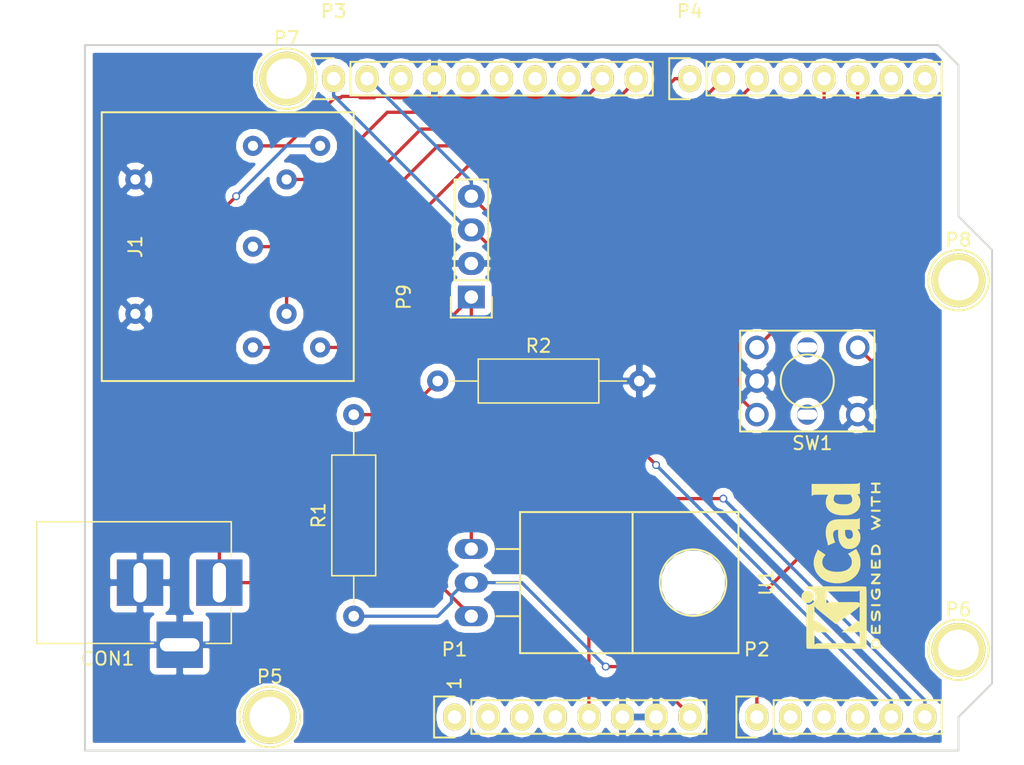
<source format=kicad_pcb>
(kicad_pcb (version 4) (host pcbnew 4.0.7-e0-6372~58~ubuntu17.04.1)

  (general
    (links 30)
    (no_connects 0)
    (area 110.922999 72.949999 179.653001 126.440001)
    (thickness 1.6)
    (drawings 28)
    (tracks 131)
    (zones 0)
    (modules 16)
    (nets 35)
  )

  (page A4)
  (title_block
    (date "lun. 30 mars 2015")
  )

  (layers
    (0 F.Cu signal)
    (31 B.Cu signal)
    (33 F.Adhes user)
    (35 F.Paste user)
    (37 F.SilkS user)
    (39 F.Mask user)
    (40 Dwgs.User user)
    (41 Cmts.User user)
    (42 Eco1.User user)
    (43 Eco2.User user)
    (44 Edge.Cuts user)
    (45 Margin user)
    (47 F.CrtYd user)
    (49 F.Fab user)
  )

  (setup
    (last_trace_width 0.25)
    (trace_clearance 0.3)
    (zone_clearance 0.508)
    (zone_45_only no)
    (trace_min 0.2)
    (segment_width 0.15)
    (edge_width 0.15)
    (via_size 0.6)
    (via_drill 0.4)
    (via_min_size 0.4)
    (via_min_drill 0.3)
    (uvia_size 0.3)
    (uvia_drill 0.1)
    (uvias_allowed no)
    (uvia_min_size 0.2)
    (uvia_min_drill 0.1)
    (pcb_text_width 0.3)
    (pcb_text_size 1.5 1.5)
    (mod_edge_width 0.15)
    (mod_text_size 1 1)
    (mod_text_width 0.15)
    (pad_size 4.064 4.064)
    (pad_drill 3.048)
    (pad_to_mask_clearance 0)
    (aux_axis_origin 110.998 126.365)
    (grid_origin 110.998 126.365)
    (visible_elements FFFFFF7F)
    (pcbplotparams
      (layerselection 0x00020_80000001)
      (usegerberextensions false)
      (excludeedgelayer true)
      (linewidth 0.100000)
      (plotframeref false)
      (viasonmask false)
      (mode 1)
      (useauxorigin false)
      (hpglpennumber 1)
      (hpglpenspeed 20)
      (hpglpendiameter 15)
      (hpglpenoverlay 2)
      (psnegative false)
      (psa4output false)
      (plotreference true)
      (plotvalue true)
      (plotinvisibletext false)
      (padsonsilk false)
      (subtractmaskfromsilk false)
      (outputformat 1)
      (mirror false)
      (drillshape 0)
      (scaleselection 1)
      (outputdirectory ../out/))
  )

  (net 0 "")
  (net 1 /IOREF)
  (net 2 /Reset)
  (net 3 +5V)
  (net 4 GND)
  (net 5 /Vin)
  (net 6 /A0)
  (net 7 /A1)
  (net 8 /A2)
  (net 9 /A3)
  (net 10 /AREF)
  (net 11 "/A4(SDA)")
  (net 12 "/A5(SCL)")
  (net 13 "/9(**)")
  (net 14 /8)
  (net 15 /7)
  (net 16 "/6(**)")
  (net 17 "/5(**)")
  (net 18 /4)
  (net 19 "/3(**)")
  (net 20 /2)
  (net 21 "/1(Tx)")
  (net 22 "/0(Rx)")
  (net 23 "Net-(P5-Pad1)")
  (net 24 "Net-(P6-Pad1)")
  (net 25 "Net-(P7-Pad1)")
  (net 26 "Net-(P8-Pad1)")
  (net 27 "/13(SCK)")
  (net 28 "/10(**/SS)")
  (net 29 "Net-(P1-Pad1)")
  (net 30 "/12(MISO)")
  (net 31 "/11(**/MOSI)")
  (net 32 +16V)
  (net 33 "Net-(P1-Pad4)")
  (net 34 "Net-(R1-Pad2)")

  (net_class Default "This is the default net class."
    (clearance 0.3)
    (trace_width 0.25)
    (via_dia 0.6)
    (via_drill 0.4)
    (uvia_dia 0.3)
    (uvia_drill 0.1)
    (add_net +16V)
    (add_net +5V)
    (add_net "/0(Rx)")
    (add_net "/1(Tx)")
    (add_net "/10(**/SS)")
    (add_net "/11(**/MOSI)")
    (add_net "/12(MISO)")
    (add_net "/13(SCK)")
    (add_net /2)
    (add_net "/3(**)")
    (add_net /4)
    (add_net "/5(**)")
    (add_net "/6(**)")
    (add_net /7)
    (add_net /8)
    (add_net "/9(**)")
    (add_net /A0)
    (add_net /A1)
    (add_net /A2)
    (add_net /A3)
    (add_net "/A4(SDA)")
    (add_net "/A5(SCL)")
    (add_net /AREF)
    (add_net /IOREF)
    (add_net /Reset)
    (add_net /Vin)
    (add_net GND)
    (add_net "Net-(P1-Pad1)")
    (add_net "Net-(P1-Pad4)")
    (add_net "Net-(P5-Pad1)")
    (add_net "Net-(P6-Pad1)")
    (add_net "Net-(P7-Pad1)")
    (add_net "Net-(P8-Pad1)")
    (add_net "Net-(R1-Pad2)")
  )

  (module Symbols:KiCad-Logo2_6mm_SilkScreen (layer F.Cu) (tedit 0) (tstamp 5975920E)
    (at 168.148 112.395 90)
    (descr "KiCad Logo")
    (tags "Logo KiCad")
    (attr virtual)
    (fp_text reference REF*** (at 0 0 90) (layer F.SilkS) hide
      (effects (font (size 1 1) (thickness 0.15)))
    )
    (fp_text value KiCad-Logo2_6mm_SilkScreen (at 0.75 0 90) (layer F.Fab) hide
      (effects (font (size 1 1) (thickness 0.15)))
    )
    (fp_poly (pts (xy -6.121371 2.269066) (xy -6.081889 2.269467) (xy -5.9662 2.272259) (xy -5.869311 2.28055)
      (xy -5.787919 2.295232) (xy -5.718723 2.317193) (xy -5.65842 2.347322) (xy -5.603708 2.38651)
      (xy -5.584167 2.403532) (xy -5.55175 2.443363) (xy -5.52252 2.497413) (xy -5.499991 2.557323)
      (xy -5.487679 2.614739) (xy -5.4864 2.635956) (xy -5.494417 2.694769) (xy -5.515899 2.759013)
      (xy -5.546999 2.819821) (xy -5.583866 2.86833) (xy -5.589854 2.874182) (xy -5.640579 2.915321)
      (xy -5.696125 2.947435) (xy -5.759696 2.971365) (xy -5.834494 2.987953) (xy -5.923722 2.998041)
      (xy -6.030582 3.002469) (xy -6.079528 3.002845) (xy -6.141762 3.002545) (xy -6.185528 3.001292)
      (xy -6.214931 2.998554) (xy -6.234079 2.993801) (xy -6.247077 2.986501) (xy -6.254045 2.980267)
      (xy -6.260626 2.972694) (xy -6.265788 2.962924) (xy -6.269703 2.94834) (xy -6.272543 2.926326)
      (xy -6.27448 2.894264) (xy -6.275684 2.849536) (xy -6.276328 2.789526) (xy -6.276583 2.711617)
      (xy -6.276622 2.635956) (xy -6.27687 2.535041) (xy -6.276817 2.454427) (xy -6.275857 2.415822)
      (xy -6.129867 2.415822) (xy -6.129867 2.856089) (xy -6.036734 2.856004) (xy -5.980693 2.854396)
      (xy -5.921999 2.850256) (xy -5.873028 2.844464) (xy -5.871538 2.844226) (xy -5.792392 2.82509)
      (xy -5.731002 2.795287) (xy -5.684305 2.752878) (xy -5.654635 2.706961) (xy -5.636353 2.656026)
      (xy -5.637771 2.6082) (xy -5.658988 2.556933) (xy -5.700489 2.503899) (xy -5.757998 2.4646)
      (xy -5.83275 2.438331) (xy -5.882708 2.429035) (xy -5.939416 2.422507) (xy -5.999519 2.417782)
      (xy -6.050639 2.415817) (xy -6.053667 2.415808) (xy -6.129867 2.415822) (xy -6.275857 2.415822)
      (xy -6.27526 2.391851) (xy -6.270998 2.345055) (xy -6.26283 2.311778) (xy -6.249556 2.289759)
      (xy -6.229974 2.276739) (xy -6.202883 2.270457) (xy -6.167082 2.268653) (xy -6.121371 2.269066)) (layer F.SilkS) (width 0.01))
    (fp_poly (pts (xy -4.712794 2.269146) (xy -4.643386 2.269518) (xy -4.590997 2.270385) (xy -4.552847 2.271946)
      (xy -4.526159 2.274403) (xy -4.508153 2.277957) (xy -4.496049 2.28281) (xy -4.487069 2.289161)
      (xy -4.483818 2.292084) (xy -4.464043 2.323142) (xy -4.460482 2.358828) (xy -4.473491 2.39051)
      (xy -4.479506 2.396913) (xy -4.489235 2.403121) (xy -4.504901 2.40791) (xy -4.529408 2.411514)
      (xy -4.565661 2.414164) (xy -4.616565 2.416095) (xy -4.685026 2.417539) (xy -4.747617 2.418418)
      (xy -4.995334 2.421467) (xy -4.998719 2.486378) (xy -5.002105 2.551289) (xy -4.833958 2.551289)
      (xy -4.760959 2.551919) (xy -4.707517 2.554553) (xy -4.670628 2.560309) (xy -4.647288 2.570304)
      (xy -4.634494 2.585656) (xy -4.629242 2.607482) (xy -4.628445 2.627738) (xy -4.630923 2.652592)
      (xy -4.640277 2.670906) (xy -4.659383 2.683637) (xy -4.691118 2.691741) (xy -4.738359 2.696176)
      (xy -4.803983 2.697899) (xy -4.839801 2.698045) (xy -5.000978 2.698045) (xy -5.000978 2.856089)
      (xy -4.752622 2.856089) (xy -4.671213 2.856202) (xy -4.609342 2.856712) (xy -4.563968 2.85787)
      (xy -4.532054 2.85993) (xy -4.510559 2.863146) (xy -4.496443 2.867772) (xy -4.486668 2.874059)
      (xy -4.481689 2.878667) (xy -4.46461 2.90556) (xy -4.459111 2.929467) (xy -4.466963 2.958667)
      (xy -4.481689 2.980267) (xy -4.489546 2.987066) (xy -4.499688 2.992346) (xy -4.514844 2.996298)
      (xy -4.537741 2.999113) (xy -4.571109 3.000982) (xy -4.617675 3.002098) (xy -4.680167 3.002651)
      (xy -4.761314 3.002833) (xy -4.803422 3.002845) (xy -4.893598 3.002765) (xy -4.963924 3.002398)
      (xy -5.017129 3.001552) (xy -5.05594 3.000036) (xy -5.083087 2.997659) (xy -5.101298 2.994229)
      (xy -5.1133 2.989554) (xy -5.121822 2.983444) (xy -5.125156 2.980267) (xy -5.131755 2.97267)
      (xy -5.136927 2.96287) (xy -5.140846 2.948239) (xy -5.143684 2.926152) (xy -5.145615 2.893982)
      (xy -5.146812 2.849103) (xy -5.147448 2.788889) (xy -5.147697 2.710713) (xy -5.147734 2.637923)
      (xy -5.1477 2.544707) (xy -5.147465 2.471431) (xy -5.14683 2.415458) (xy -5.145594 2.374151)
      (xy -5.143556 2.344872) (xy -5.140517 2.324984) (xy -5.136277 2.31185) (xy -5.130635 2.302832)
      (xy -5.123391 2.295293) (xy -5.121606 2.293612) (xy -5.112945 2.286172) (xy -5.102882 2.280409)
      (xy -5.088625 2.276112) (xy -5.067383 2.273064) (xy -5.036364 2.271051) (xy -4.992777 2.26986)
      (xy -4.933831 2.269275) (xy -4.856734 2.269083) (xy -4.802001 2.269067) (xy -4.712794 2.269146)) (layer F.SilkS) (width 0.01))
    (fp_poly (pts (xy -3.691703 2.270351) (xy -3.616888 2.275581) (xy -3.547306 2.28375) (xy -3.487002 2.29455)
      (xy -3.44002 2.307673) (xy -3.410406 2.322813) (xy -3.40586 2.327269) (xy -3.390054 2.36185)
      (xy -3.394847 2.397351) (xy -3.419364 2.427725) (xy -3.420534 2.428596) (xy -3.434954 2.437954)
      (xy -3.450008 2.442876) (xy -3.471005 2.443473) (xy -3.503257 2.439861) (xy -3.552073 2.432154)
      (xy -3.556 2.431505) (xy -3.628739 2.422569) (xy -3.707217 2.418161) (xy -3.785927 2.418119)
      (xy -3.859361 2.422279) (xy -3.922011 2.430479) (xy -3.96837 2.442557) (xy -3.971416 2.443771)
      (xy -4.005048 2.462615) (xy -4.016864 2.481685) (xy -4.007614 2.500439) (xy -3.978047 2.518337)
      (xy -3.928911 2.534837) (xy -3.860957 2.549396) (xy -3.815645 2.556406) (xy -3.721456 2.569889)
      (xy -3.646544 2.582214) (xy -3.587717 2.594449) (xy -3.541785 2.607661) (xy -3.505555 2.622917)
      (xy -3.475838 2.641285) (xy -3.449442 2.663831) (xy -3.42823 2.685971) (xy -3.403065 2.716819)
      (xy -3.390681 2.743345) (xy -3.386808 2.776026) (xy -3.386667 2.787995) (xy -3.389576 2.827712)
      (xy -3.401202 2.857259) (xy -3.421323 2.883486) (xy -3.462216 2.923576) (xy -3.507817 2.954149)
      (xy -3.561513 2.976203) (xy -3.626692 2.990735) (xy -3.706744 2.998741) (xy -3.805057 3.001218)
      (xy -3.821289 3.001177) (xy -3.886849 2.999818) (xy -3.951866 2.99673) (xy -4.009252 2.992356)
      (xy -4.051922 2.98714) (xy -4.055372 2.986541) (xy -4.097796 2.976491) (xy -4.13378 2.963796)
      (xy -4.15415 2.95219) (xy -4.173107 2.921572) (xy -4.174427 2.885918) (xy -4.158085 2.854144)
      (xy -4.154429 2.850551) (xy -4.139315 2.839876) (xy -4.120415 2.835276) (xy -4.091162 2.836059)
      (xy -4.055651 2.840127) (xy -4.01597 2.843762) (xy -3.960345 2.846828) (xy -3.895406 2.849053)
      (xy -3.827785 2.850164) (xy -3.81 2.850237) (xy -3.742128 2.849964) (xy -3.692454 2.848646)
      (xy -3.65661 2.845827) (xy -3.630224 2.84105) (xy -3.608926 2.833857) (xy -3.596126 2.827867)
      (xy -3.568 2.811233) (xy -3.550068 2.796168) (xy -3.547447 2.791897) (xy -3.552976 2.774263)
      (xy -3.57926 2.757192) (xy -3.624478 2.741458) (xy -3.686808 2.727838) (xy -3.705171 2.724804)
      (xy -3.80109 2.709738) (xy -3.877641 2.697146) (xy -3.93778 2.686111) (xy -3.98446 2.67572)
      (xy -4.020637 2.665056) (xy -4.049265 2.653205) (xy -4.073298 2.639251) (xy -4.095692 2.622281)
      (xy -4.119402 2.601378) (xy -4.12738 2.594049) (xy -4.155353 2.566699) (xy -4.17016 2.545029)
      (xy -4.175952 2.520232) (xy -4.176889 2.488983) (xy -4.166575 2.427705) (xy -4.135752 2.37564)
      (xy -4.084595 2.332958) (xy -4.013283 2.299825) (xy -3.9624 2.284964) (xy -3.9071 2.275366)
      (xy -3.840853 2.269936) (xy -3.767706 2.268367) (xy -3.691703 2.270351)) (layer F.SilkS) (width 0.01))
    (fp_poly (pts (xy -2.923822 2.291645) (xy -2.917242 2.299218) (xy -2.912079 2.308987) (xy -2.908164 2.323571)
      (xy -2.905324 2.345585) (xy -2.903387 2.377648) (xy -2.902183 2.422375) (xy -2.901539 2.482385)
      (xy -2.901284 2.560294) (xy -2.901245 2.635956) (xy -2.901314 2.729802) (xy -2.901638 2.803689)
      (xy -2.902386 2.860232) (xy -2.903732 2.902049) (xy -2.905846 2.931757) (xy -2.9089 2.951973)
      (xy -2.913066 2.965314) (xy -2.918516 2.974398) (xy -2.923822 2.980267) (xy -2.956826 2.999947)
      (xy -2.991991 2.998181) (xy -3.023455 2.976717) (xy -3.030684 2.968337) (xy -3.036334 2.958614)
      (xy -3.040599 2.944861) (xy -3.043673 2.924389) (xy -3.045752 2.894512) (xy -3.04703 2.852541)
      (xy -3.047701 2.795789) (xy -3.047959 2.721567) (xy -3.048 2.637537) (xy -3.048 2.324485)
      (xy -3.020291 2.296776) (xy -2.986137 2.273463) (xy -2.953006 2.272623) (xy -2.923822 2.291645)) (layer F.SilkS) (width 0.01))
    (fp_poly (pts (xy -1.950081 2.274599) (xy -1.881565 2.286095) (xy -1.828943 2.303967) (xy -1.794708 2.327499)
      (xy -1.785379 2.340924) (xy -1.775893 2.372148) (xy -1.782277 2.400395) (xy -1.80243 2.427182)
      (xy -1.833745 2.439713) (xy -1.879183 2.438696) (xy -1.914326 2.431906) (xy -1.992419 2.418971)
      (xy -2.072226 2.417742) (xy -2.161555 2.428241) (xy -2.186229 2.43269) (xy -2.269291 2.456108)
      (xy -2.334273 2.490945) (xy -2.380461 2.536604) (xy -2.407145 2.592494) (xy -2.412663 2.621388)
      (xy -2.409051 2.680012) (xy -2.385729 2.731879) (xy -2.344824 2.775978) (xy -2.288459 2.811299)
      (xy -2.21876 2.836829) (xy -2.137852 2.851559) (xy -2.04786 2.854478) (xy -1.95091 2.844575)
      (xy -1.945436 2.843641) (xy -1.906875 2.836459) (xy -1.885494 2.829521) (xy -1.876227 2.819227)
      (xy -1.874006 2.801976) (xy -1.873956 2.792841) (xy -1.873956 2.754489) (xy -1.942431 2.754489)
      (xy -2.0029 2.750347) (xy -2.044165 2.737147) (xy -2.068175 2.71373) (xy -2.076877 2.678936)
      (xy -2.076983 2.674394) (xy -2.071892 2.644654) (xy -2.054433 2.623419) (xy -2.021939 2.609366)
      (xy -1.971743 2.601173) (xy -1.923123 2.598161) (xy -1.852456 2.596433) (xy -1.801198 2.59907)
      (xy -1.766239 2.6088) (xy -1.74447 2.628353) (xy -1.73278 2.660456) (xy -1.72806 2.707838)
      (xy -1.7272 2.770071) (xy -1.728609 2.839535) (xy -1.732848 2.886786) (xy -1.739936 2.912012)
      (xy -1.741311 2.913988) (xy -1.780228 2.945508) (xy -1.837286 2.97047) (xy -1.908869 2.98834)
      (xy -1.991358 2.998586) (xy -2.081139 3.000673) (xy -2.174592 2.994068) (xy -2.229556 2.985956)
      (xy -2.315766 2.961554) (xy -2.395892 2.921662) (xy -2.462977 2.869887) (xy -2.473173 2.859539)
      (xy -2.506302 2.816035) (xy -2.536194 2.762118) (xy -2.559357 2.705592) (xy -2.572298 2.654259)
      (xy -2.573858 2.634544) (xy -2.567218 2.593419) (xy -2.549568 2.542252) (xy -2.524297 2.488394)
      (xy -2.494789 2.439195) (xy -2.468719 2.406334) (xy -2.407765 2.357452) (xy -2.328969 2.318545)
      (xy -2.235157 2.290494) (xy -2.12915 2.274179) (xy -2.032 2.270192) (xy -1.950081 2.274599)) (layer F.SilkS) (width 0.01))
    (fp_poly (pts (xy -1.300114 2.273448) (xy -1.276548 2.287273) (xy -1.245735 2.309881) (xy -1.206078 2.342338)
      (xy -1.15598 2.385708) (xy -1.093843 2.441058) (xy -1.018072 2.509451) (xy -0.931334 2.588084)
      (xy -0.750711 2.751878) (xy -0.745067 2.532029) (xy -0.743029 2.456351) (xy -0.741063 2.399994)
      (xy -0.738734 2.359706) (xy -0.735606 2.332235) (xy -0.731245 2.314329) (xy -0.725216 2.302737)
      (xy -0.717084 2.294208) (xy -0.712772 2.290623) (xy -0.678241 2.27167) (xy -0.645383 2.274441)
      (xy -0.619318 2.290633) (xy -0.592667 2.312199) (xy -0.589352 2.627151) (xy -0.588435 2.719779)
      (xy -0.587968 2.792544) (xy -0.588113 2.848161) (xy -0.589032 2.889342) (xy -0.590887 2.918803)
      (xy -0.593839 2.939255) (xy -0.59805 2.953413) (xy -0.603682 2.963991) (xy -0.609927 2.972474)
      (xy -0.623439 2.988207) (xy -0.636883 2.998636) (xy -0.652124 3.002639) (xy -0.671026 2.999094)
      (xy -0.695455 2.986879) (xy -0.727273 2.964871) (xy -0.768348 2.931949) (xy -0.820542 2.886991)
      (xy -0.885722 2.828875) (xy -0.959556 2.762099) (xy -1.224845 2.521458) (xy -1.230489 2.740589)
      (xy -1.232531 2.816128) (xy -1.234502 2.872354) (xy -1.236839 2.912524) (xy -1.239981 2.939896)
      (xy -1.244364 2.957728) (xy -1.250424 2.969279) (xy -1.2586 2.977807) (xy -1.262784 2.981282)
      (xy -1.299765 3.000372) (xy -1.334708 2.997493) (xy -1.365136 2.9731) (xy -1.372097 2.963286)
      (xy -1.377523 2.951826) (xy -1.381603 2.935968) (xy -1.384529 2.912963) (xy -1.386492 2.880062)
      (xy -1.387683 2.834516) (xy -1.388292 2.773573) (xy -1.388511 2.694486) (xy -1.388534 2.635956)
      (xy -1.38846 2.544407) (xy -1.388113 2.472687) (xy -1.387301 2.418045) (xy -1.385833 2.377732)
      (xy -1.383519 2.348998) (xy -1.380167 2.329093) (xy -1.375588 2.315268) (xy -1.369589 2.304772)
      (xy -1.365136 2.298811) (xy -1.35385 2.284691) (xy -1.343301 2.274029) (xy -1.331893 2.267892)
      (xy -1.31803 2.267343) (xy -1.300114 2.273448)) (layer F.SilkS) (width 0.01))
    (fp_poly (pts (xy 0.230343 2.26926) (xy 0.306701 2.270174) (xy 0.365217 2.272311) (xy 0.408255 2.276175)
      (xy 0.438183 2.282267) (xy 0.457368 2.29109) (xy 0.468176 2.303146) (xy 0.472973 2.318939)
      (xy 0.474127 2.33897) (xy 0.474133 2.341335) (xy 0.473131 2.363992) (xy 0.468396 2.381503)
      (xy 0.457333 2.394574) (xy 0.437348 2.403913) (xy 0.405846 2.410227) (xy 0.360232 2.414222)
      (xy 0.297913 2.416606) (xy 0.216293 2.418086) (xy 0.191277 2.418414) (xy -0.0508 2.421467)
      (xy -0.054186 2.486378) (xy -0.057571 2.551289) (xy 0.110576 2.551289) (xy 0.176266 2.551531)
      (xy 0.223172 2.552556) (xy 0.255083 2.554811) (xy 0.275791 2.558742) (xy 0.289084 2.564798)
      (xy 0.298755 2.573424) (xy 0.298817 2.573493) (xy 0.316356 2.607112) (xy 0.315722 2.643448)
      (xy 0.297314 2.674423) (xy 0.293671 2.677607) (xy 0.280741 2.685812) (xy 0.263024 2.691521)
      (xy 0.23657 2.695162) (xy 0.197432 2.697167) (xy 0.141662 2.697964) (xy 0.105994 2.698045)
      (xy -0.056445 2.698045) (xy -0.056445 2.856089) (xy 0.190161 2.856089) (xy 0.27158 2.856231)
      (xy 0.33341 2.856814) (xy 0.378637 2.858068) (xy 0.410248 2.860227) (xy 0.431231 2.863523)
      (xy 0.444573 2.868189) (xy 0.453261 2.874457) (xy 0.45545 2.876733) (xy 0.471614 2.90828)
      (xy 0.472797 2.944168) (xy 0.459536 2.975285) (xy 0.449043 2.985271) (xy 0.438129 2.990769)
      (xy 0.421217 2.995022) (xy 0.395633 2.99818) (xy 0.358701 3.000392) (xy 0.307746 3.001806)
      (xy 0.240094 3.002572) (xy 0.153069 3.002838) (xy 0.133394 3.002845) (xy 0.044911 3.002787)
      (xy -0.023773 3.002467) (xy -0.075436 3.001667) (xy -0.112855 3.000167) (xy -0.13881 2.997749)
      (xy -0.156078 2.994194) (xy -0.167438 2.989282) (xy -0.175668 2.982795) (xy -0.180183 2.978138)
      (xy -0.186979 2.969889) (xy -0.192288 2.959669) (xy -0.196294 2.9448) (xy -0.199179 2.922602)
      (xy -0.201126 2.890393) (xy -0.202319 2.845496) (xy -0.202939 2.785228) (xy -0.203171 2.706911)
      (xy -0.2032 2.640994) (xy -0.203129 2.548628) (xy -0.202792 2.476117) (xy -0.202002 2.420737)
      (xy -0.200574 2.379765) (xy -0.198321 2.350478) (xy -0.195057 2.330153) (xy -0.190596 2.316066)
      (xy -0.184752 2.305495) (xy -0.179803 2.298811) (xy -0.156406 2.269067) (xy 0.133774 2.269067)
      (xy 0.230343 2.26926)) (layer F.SilkS) (width 0.01))
    (fp_poly (pts (xy 1.018309 2.269275) (xy 1.147288 2.273636) (xy 1.256991 2.286861) (xy 1.349226 2.309741)
      (xy 1.425802 2.34307) (xy 1.488527 2.387638) (xy 1.539212 2.444236) (xy 1.579663 2.513658)
      (xy 1.580459 2.515351) (xy 1.604601 2.577483) (xy 1.613203 2.632509) (xy 1.606231 2.687887)
      (xy 1.583654 2.751073) (xy 1.579372 2.760689) (xy 1.550172 2.816966) (xy 1.517356 2.860451)
      (xy 1.475002 2.897417) (xy 1.41719 2.934135) (xy 1.413831 2.936052) (xy 1.363504 2.960227)
      (xy 1.306621 2.978282) (xy 1.239527 2.990839) (xy 1.158565 2.998522) (xy 1.060082 3.001953)
      (xy 1.025286 3.002251) (xy 0.859594 3.002845) (xy 0.836197 2.9731) (xy 0.829257 2.963319)
      (xy 0.823842 2.951897) (xy 0.819765 2.936095) (xy 0.816837 2.913175) (xy 0.814867 2.880396)
      (xy 0.814225 2.856089) (xy 0.970844 2.856089) (xy 1.064726 2.856089) (xy 1.119664 2.854483)
      (xy 1.17606 2.850255) (xy 1.222345 2.844292) (xy 1.225139 2.84379) (xy 1.307348 2.821736)
      (xy 1.371114 2.7886) (xy 1.418452 2.742847) (xy 1.451382 2.682939) (xy 1.457108 2.667061)
      (xy 1.462721 2.642333) (xy 1.460291 2.617902) (xy 1.448467 2.5854) (xy 1.44134 2.569434)
      (xy 1.418 2.527006) (xy 1.38988 2.49724) (xy 1.35894 2.476511) (xy 1.296966 2.449537)
      (xy 1.217651 2.429998) (xy 1.125253 2.418746) (xy 1.058333 2.41627) (xy 0.970844 2.415822)
      (xy 0.970844 2.856089) (xy 0.814225 2.856089) (xy 0.813668 2.835021) (xy 0.81305 2.774311)
      (xy 0.812825 2.695526) (xy 0.8128 2.63392) (xy 0.8128 2.324485) (xy 0.840509 2.296776)
      (xy 0.852806 2.285544) (xy 0.866103 2.277853) (xy 0.884672 2.27304) (xy 0.912786 2.270446)
      (xy 0.954717 2.26941) (xy 1.014737 2.26927) (xy 1.018309 2.269275)) (layer F.SilkS) (width 0.01))
    (fp_poly (pts (xy 3.744665 2.271034) (xy 3.764255 2.278035) (xy 3.76501 2.278377) (xy 3.791613 2.298678)
      (xy 3.80627 2.319561) (xy 3.809138 2.329352) (xy 3.808996 2.342361) (xy 3.804961 2.360895)
      (xy 3.796146 2.387257) (xy 3.781669 2.423752) (xy 3.760645 2.472687) (xy 3.732188 2.536365)
      (xy 3.695415 2.617093) (xy 3.675175 2.661216) (xy 3.638625 2.739985) (xy 3.604315 2.812423)
      (xy 3.573552 2.87588) (xy 3.547648 2.927708) (xy 3.52791 2.965259) (xy 3.51565 2.985884)
      (xy 3.513224 2.988733) (xy 3.482183 3.001302) (xy 3.447121 2.999619) (xy 3.419 2.984332)
      (xy 3.417854 2.983089) (xy 3.406668 2.966154) (xy 3.387904 2.93317) (xy 3.363875 2.88838)
      (xy 3.336897 2.836032) (xy 3.327201 2.816742) (xy 3.254014 2.67015) (xy 3.17424 2.829393)
      (xy 3.145767 2.884415) (xy 3.11935 2.932132) (xy 3.097148 2.968893) (xy 3.081319 2.991044)
      (xy 3.075954 2.995741) (xy 3.034257 3.002102) (xy 2.999849 2.988733) (xy 2.989728 2.974446)
      (xy 2.972214 2.942692) (xy 2.948735 2.896597) (xy 2.92072 2.839285) (xy 2.889599 2.77388)
      (xy 2.856799 2.703507) (xy 2.82375 2.631291) (xy 2.791881 2.560355) (xy 2.762619 2.493825)
      (xy 2.737395 2.434826) (xy 2.717636 2.386481) (xy 2.704772 2.351915) (xy 2.700231 2.334253)
      (xy 2.700277 2.333613) (xy 2.711326 2.311388) (xy 2.73341 2.288753) (xy 2.73471 2.287768)
      (xy 2.761853 2.272425) (xy 2.786958 2.272574) (xy 2.796368 2.275466) (xy 2.807834 2.281718)
      (xy 2.82001 2.294014) (xy 2.834357 2.314908) (xy 2.852336 2.346949) (xy 2.875407 2.392688)
      (xy 2.90503 2.454677) (xy 2.931745 2.511898) (xy 2.96248 2.578226) (xy 2.990021 2.637874)
      (xy 3.012938 2.687725) (xy 3.029798 2.724664) (xy 3.039173 2.745573) (xy 3.04054 2.748845)
      (xy 3.046689 2.743497) (xy 3.060822 2.721109) (xy 3.081057 2.684946) (xy 3.105515 2.638277)
      (xy 3.115248 2.619022) (xy 3.148217 2.554004) (xy 3.173643 2.506654) (xy 3.193612 2.474219)
      (xy 3.21021 2.453946) (xy 3.225524 2.443082) (xy 3.24164 2.438875) (xy 3.252143 2.4384)
      (xy 3.27067 2.440042) (xy 3.286904 2.446831) (xy 3.303035 2.461566) (xy 3.321251 2.487044)
      (xy 3.343739 2.526061) (xy 3.372689 2.581414) (xy 3.388662 2.612903) (xy 3.41457 2.663087)
      (xy 3.437167 2.704704) (xy 3.454458 2.734242) (xy 3.46445 2.748189) (xy 3.465809 2.74877)
      (xy 3.472261 2.737793) (xy 3.486708 2.70929) (xy 3.507703 2.666244) (xy 3.533797 2.611638)
      (xy 3.563546 2.548454) (xy 3.57818 2.517071) (xy 3.61625 2.436078) (xy 3.646905 2.373756)
      (xy 3.671737 2.328071) (xy 3.692337 2.296989) (xy 3.710298 2.278478) (xy 3.72721 2.270504)
      (xy 3.744665 2.271034)) (layer F.SilkS) (width 0.01))
    (fp_poly (pts (xy 4.188614 2.275877) (xy 4.212327 2.290647) (xy 4.238978 2.312227) (xy 4.238978 2.633773)
      (xy 4.238893 2.72783) (xy 4.238529 2.801932) (xy 4.237724 2.858704) (xy 4.236313 2.900768)
      (xy 4.234133 2.930748) (xy 4.231021 2.951267) (xy 4.226814 2.964949) (xy 4.221348 2.974416)
      (xy 4.217472 2.979082) (xy 4.186034 2.999575) (xy 4.150233 2.998739) (xy 4.118873 2.981264)
      (xy 4.092222 2.959684) (xy 4.092222 2.312227) (xy 4.118873 2.290647) (xy 4.144594 2.274949)
      (xy 4.1656 2.269067) (xy 4.188614 2.275877)) (layer F.SilkS) (width 0.01))
    (fp_poly (pts (xy 4.963065 2.269163) (xy 5.041772 2.269542) (xy 5.102863 2.270333) (xy 5.148817 2.27167)
      (xy 5.182114 2.273683) (xy 5.205236 2.276506) (xy 5.220662 2.280269) (xy 5.230871 2.285105)
      (xy 5.235813 2.288822) (xy 5.261457 2.321358) (xy 5.264559 2.355138) (xy 5.248711 2.385826)
      (xy 5.238348 2.398089) (xy 5.227196 2.40645) (xy 5.211035 2.411657) (xy 5.185642 2.414457)
      (xy 5.146798 2.415596) (xy 5.09028 2.415821) (xy 5.07918 2.415822) (xy 4.933244 2.415822)
      (xy 4.933244 2.686756) (xy 4.933148 2.772154) (xy 4.932711 2.837864) (xy 4.931712 2.886774)
      (xy 4.929928 2.921773) (xy 4.927137 2.945749) (xy 4.923117 2.961593) (xy 4.917645 2.972191)
      (xy 4.910666 2.980267) (xy 4.877734 3.000112) (xy 4.843354 2.998548) (xy 4.812176 2.975906)
      (xy 4.809886 2.9731) (xy 4.802429 2.962492) (xy 4.796747 2.950081) (xy 4.792601 2.93285)
      (xy 4.78975 2.907784) (xy 4.787954 2.871867) (xy 4.786972 2.822083) (xy 4.786564 2.755417)
      (xy 4.786489 2.679589) (xy 4.786489 2.415822) (xy 4.647127 2.415822) (xy 4.587322 2.415418)
      (xy 4.545918 2.41384) (xy 4.518748 2.410547) (xy 4.501646 2.404992) (xy 4.490443 2.396631)
      (xy 4.489083 2.395178) (xy 4.472725 2.361939) (xy 4.474172 2.324362) (xy 4.492978 2.291645)
      (xy 4.50025 2.285298) (xy 4.509627 2.280266) (xy 4.523609 2.276396) (xy 4.544696 2.273537)
      (xy 4.575389 2.271535) (xy 4.618189 2.270239) (xy 4.675595 2.269498) (xy 4.75011 2.269158)
      (xy 4.844233 2.269068) (xy 4.86426 2.269067) (xy 4.963065 2.269163)) (layer F.SilkS) (width 0.01))
    (fp_poly (pts (xy 6.228823 2.274533) (xy 6.260202 2.296776) (xy 6.287911 2.324485) (xy 6.287911 2.63392)
      (xy 6.287838 2.725799) (xy 6.287495 2.79784) (xy 6.286692 2.85278) (xy 6.285241 2.89336)
      (xy 6.282952 2.922317) (xy 6.279636 2.942391) (xy 6.275105 2.956321) (xy 6.269169 2.966845)
      (xy 6.264514 2.9731) (xy 6.233783 2.997673) (xy 6.198496 3.000341) (xy 6.166245 2.985271)
      (xy 6.155588 2.976374) (xy 6.148464 2.964557) (xy 6.144167 2.945526) (xy 6.141991 2.914992)
      (xy 6.141228 2.868662) (xy 6.141155 2.832871) (xy 6.141155 2.698045) (xy 5.644444 2.698045)
      (xy 5.644444 2.8207) (xy 5.643931 2.876787) (xy 5.641876 2.915333) (xy 5.637508 2.941361)
      (xy 5.630056 2.959897) (xy 5.621047 2.9731) (xy 5.590144 2.997604) (xy 5.555196 3.000506)
      (xy 5.521738 2.983089) (xy 5.512604 2.973959) (xy 5.506152 2.961855) (xy 5.501897 2.943001)
      (xy 5.499352 2.91362) (xy 5.498029 2.869937) (xy 5.497443 2.808175) (xy 5.497375 2.794)
      (xy 5.496891 2.677631) (xy 5.496641 2.581727) (xy 5.496723 2.504177) (xy 5.497231 2.442869)
      (xy 5.498262 2.39569) (xy 5.499913 2.36053) (xy 5.502279 2.335276) (xy 5.505457 2.317817)
      (xy 5.509544 2.306041) (xy 5.514634 2.297835) (xy 5.520266 2.291645) (xy 5.552128 2.271844)
      (xy 5.585357 2.274533) (xy 5.616735 2.296776) (xy 5.629433 2.311126) (xy 5.637526 2.326978)
      (xy 5.642042 2.349554) (xy 5.644006 2.384078) (xy 5.644444 2.435776) (xy 5.644444 2.551289)
      (xy 6.141155 2.551289) (xy 6.141155 2.432756) (xy 6.141662 2.378148) (xy 6.143698 2.341275)
      (xy 6.148035 2.317307) (xy 6.155447 2.301415) (xy 6.163733 2.291645) (xy 6.195594 2.271844)
      (xy 6.228823 2.274533)) (layer F.SilkS) (width 0.01))
    (fp_poly (pts (xy -2.9464 -2.510946) (xy -2.935535 -2.397007) (xy -2.903918 -2.289384) (xy -2.853015 -2.190385)
      (xy -2.784293 -2.102316) (xy -2.699219 -2.027484) (xy -2.602232 -1.969616) (xy -2.495964 -1.929995)
      (xy -2.38895 -1.911427) (xy -2.2833 -1.912566) (xy -2.181125 -1.93207) (xy -2.084534 -1.968594)
      (xy -1.995638 -2.020795) (xy -1.916546 -2.087327) (xy -1.849369 -2.166848) (xy -1.796217 -2.258013)
      (xy -1.759199 -2.359477) (xy -1.740427 -2.469898) (xy -1.738489 -2.519794) (xy -1.738489 -2.607733)
      (xy -1.68656 -2.607733) (xy -1.650253 -2.604889) (xy -1.623355 -2.593089) (xy -1.596249 -2.569351)
      (xy -1.557867 -2.530969) (xy -1.557867 -0.339398) (xy -1.557876 -0.077261) (xy -1.557908 0.163241)
      (xy -1.557972 0.383048) (xy -1.558076 0.583101) (xy -1.558227 0.764344) (xy -1.558434 0.927716)
      (xy -1.558706 1.07416) (xy -1.55905 1.204617) (xy -1.559474 1.320029) (xy -1.559987 1.421338)
      (xy -1.560597 1.509484) (xy -1.561312 1.58541) (xy -1.56214 1.650057) (xy -1.563089 1.704367)
      (xy -1.564167 1.74928) (xy -1.565383 1.78574) (xy -1.566745 1.814687) (xy -1.568261 1.837063)
      (xy -1.569938 1.853809) (xy -1.571786 1.865868) (xy -1.573813 1.87418) (xy -1.576025 1.879687)
      (xy -1.577108 1.881537) (xy -1.581271 1.888549) (xy -1.584805 1.894996) (xy -1.588635 1.9009)
      (xy -1.593682 1.906286) (xy -1.600871 1.911178) (xy -1.611123 1.915598) (xy -1.625364 1.919572)
      (xy -1.644514 1.923121) (xy -1.669499 1.92627) (xy -1.70124 1.929042) (xy -1.740662 1.931461)
      (xy -1.788686 1.933551) (xy -1.846237 1.935335) (xy -1.914237 1.936837) (xy -1.99361 1.93808)
      (xy -2.085279 1.939089) (xy -2.190166 1.939885) (xy -2.309196 1.940494) (xy -2.44329 1.940939)
      (xy -2.593373 1.941243) (xy -2.760367 1.94143) (xy -2.945196 1.941524) (xy -3.148783 1.941548)
      (xy -3.37205 1.941525) (xy -3.615922 1.94148) (xy -3.881321 1.941437) (xy -3.919704 1.941432)
      (xy -4.186682 1.941389) (xy -4.432002 1.941318) (xy -4.656583 1.941213) (xy -4.861345 1.941066)
      (xy -5.047206 1.940869) (xy -5.215088 1.940616) (xy -5.365908 1.9403) (xy -5.500587 1.939913)
      (xy -5.620044 1.939447) (xy -5.725199 1.938897) (xy -5.816971 1.938253) (xy -5.896279 1.937511)
      (xy -5.964043 1.936661) (xy -6.021182 1.935697) (xy -6.068617 1.934611) (xy -6.107266 1.933397)
      (xy -6.138049 1.932047) (xy -6.161885 1.930555) (xy -6.179694 1.928911) (xy -6.192395 1.927111)
      (xy -6.200908 1.925145) (xy -6.205266 1.923477) (xy -6.213728 1.919906) (xy -6.221497 1.91727)
      (xy -6.228602 1.914634) (xy -6.235073 1.911062) (xy -6.240939 1.905621) (xy -6.246229 1.897375)
      (xy -6.250974 1.88539) (xy -6.255202 1.868731) (xy -6.258943 1.846463) (xy -6.262227 1.817652)
      (xy -6.265083 1.781363) (xy -6.26754 1.736661) (xy -6.269629 1.682611) (xy -6.271378 1.618279)
      (xy -6.272817 1.54273) (xy -6.273976 1.45503) (xy -6.274883 1.354243) (xy -6.275569 1.239434)
      (xy -6.276063 1.10967) (xy -6.276395 0.964015) (xy -6.276593 0.801535) (xy -6.276687 0.621295)
      (xy -6.276708 0.42236) (xy -6.276685 0.203796) (xy -6.276646 -0.035332) (xy -6.276622 -0.29596)
      (xy -6.276622 -0.338111) (xy -6.276636 -0.601008) (xy -6.276661 -0.842268) (xy -6.276671 -1.062835)
      (xy -6.276642 -1.263648) (xy -6.276548 -1.445651) (xy -6.276362 -1.609784) (xy -6.276059 -1.756989)
      (xy -6.275614 -1.888208) (xy -6.275034 -1.998133) (xy -5.972197 -1.998133) (xy -5.932407 -1.940289)
      (xy -5.921236 -1.924521) (xy -5.911166 -1.910559) (xy -5.902138 -1.897216) (xy -5.894097 -1.883307)
      (xy -5.886986 -1.867644) (xy -5.880747 -1.849042) (xy -5.875325 -1.826314) (xy -5.870662 -1.798273)
      (xy -5.866701 -1.763733) (xy -5.863385 -1.721508) (xy -5.860659 -1.670411) (xy -5.858464 -1.609256)
      (xy -5.856745 -1.536856) (xy -5.855444 -1.452025) (xy -5.854505 -1.353578) (xy -5.85387 -1.240326)
      (xy -5.853484 -1.111084) (xy -5.853288 -0.964666) (xy -5.853227 -0.799884) (xy -5.853243 -0.615553)
      (xy -5.85328 -0.410487) (xy -5.853289 -0.287867) (xy -5.853265 -0.070918) (xy -5.853231 0.124642)
      (xy -5.853243 0.299999) (xy -5.853358 0.456341) (xy -5.85363 0.594857) (xy -5.854118 0.716734)
      (xy -5.854876 0.82316) (xy -5.855962 0.915322) (xy -5.857431 0.994409) (xy -5.85934 1.061608)
      (xy -5.861744 1.118107) (xy -5.864701 1.165093) (xy -5.868266 1.203755) (xy -5.872495 1.23528)
      (xy -5.877446 1.260855) (xy -5.883173 1.28167) (xy -5.889733 1.298911) (xy -5.897183 1.313765)
      (xy -5.905579 1.327422) (xy -5.914976 1.341069) (xy -5.925432 1.355893) (xy -5.931523 1.364783)
      (xy -5.970296 1.4224) (xy -5.438732 1.4224) (xy -5.315483 1.422365) (xy -5.212987 1.422215)
      (xy -5.12942 1.421878) (xy -5.062956 1.421286) (xy -5.011771 1.420367) (xy -4.974041 1.419051)
      (xy -4.94794 1.417269) (xy -4.931644 1.414951) (xy -4.923328 1.412026) (xy -4.921168 1.408424)
      (xy -4.923339 1.404075) (xy -4.924535 1.402645) (xy -4.949685 1.365573) (xy -4.975583 1.312772)
      (xy -4.999192 1.25077) (xy -5.007461 1.224357) (xy -5.012078 1.206416) (xy -5.015979 1.185355)
      (xy -5.019248 1.159089) (xy -5.021966 1.125532) (xy -5.024215 1.082599) (xy -5.026077 1.028204)
      (xy -5.027636 0.960262) (xy -5.028972 0.876688) (xy -5.030169 0.775395) (xy -5.031308 0.6543)
      (xy -5.031685 0.6096) (xy -5.032702 0.484449) (xy -5.03346 0.380082) (xy -5.033903 0.294707)
      (xy -5.03397 0.226533) (xy -5.033605 0.173765) (xy -5.032748 0.134614) (xy -5.031341 0.107285)
      (xy -5.029325 0.089986) (xy -5.026643 0.080926) (xy -5.023236 0.078312) (xy -5.019044 0.080351)
      (xy -5.014571 0.084667) (xy -5.004216 0.097602) (xy -4.982158 0.126676) (xy -4.949957 0.169759)
      (xy -4.909174 0.224718) (xy -4.86137 0.289423) (xy -4.808105 0.361742) (xy -4.75094 0.439544)
      (xy -4.691437 0.520698) (xy -4.631155 0.603072) (xy -4.571655 0.684536) (xy -4.514498 0.762957)
      (xy -4.461245 0.836204) (xy -4.413457 0.902147) (xy -4.372693 0.958654) (xy -4.340516 1.003593)
      (xy -4.318485 1.034834) (xy -4.313917 1.041466) (xy -4.290996 1.078369) (xy -4.264188 1.126359)
      (xy -4.238789 1.175897) (xy -4.235568 1.182577) (xy -4.21389 1.230772) (xy -4.201304 1.268334)
      (xy -4.195574 1.30416) (xy -4.194456 1.3462) (xy -4.19509 1.4224) (xy -3.040651 1.4224)
      (xy -3.131815 1.328669) (xy -3.178612 1.278775) (xy -3.228899 1.222295) (xy -3.274944 1.168026)
      (xy -3.295369 1.142673) (xy -3.325807 1.103128) (xy -3.365862 1.049916) (xy -3.414361 0.984667)
      (xy -3.470135 0.909011) (xy -3.532011 0.824577) (xy -3.598819 0.732994) (xy -3.669387 0.635892)
      (xy -3.742545 0.534901) (xy -3.817121 0.43165) (xy -3.891944 0.327768) (xy -3.965843 0.224885)
      (xy -4.037646 0.124631) (xy -4.106184 0.028636) (xy -4.170284 -0.061473) (xy -4.228775 -0.144064)
      (xy -4.280486 -0.217508) (xy -4.324247 -0.280176) (xy -4.358885 -0.330439) (xy -4.38323 -0.366666)
      (xy -4.396111 -0.387229) (xy -4.397869 -0.391332) (xy -4.38991 -0.402658) (xy -4.369115 -0.429838)
      (xy -4.336847 -0.471171) (xy -4.29447 -0.524956) (xy -4.243347 -0.589494) (xy -4.184841 -0.663082)
      (xy -4.120314 -0.744022) (xy -4.051131 -0.830612) (xy -3.978653 -0.921152) (xy -3.904246 -1.01394)
      (xy -3.844517 -1.088298) (xy -2.833511 -1.088298) (xy -2.827602 -1.075341) (xy -2.813272 -1.053092)
      (xy -2.812225 -1.051609) (xy -2.793438 -1.021456) (xy -2.773791 -0.984625) (xy -2.769892 -0.976489)
      (xy -2.766356 -0.96806) (xy -2.76323 -0.957941) (xy -2.760486 -0.94474) (xy -2.758092 -0.927062)
      (xy -2.756019 -0.903516) (xy -2.754235 -0.872707) (xy -2.752712 -0.833243) (xy -2.751419 -0.783731)
      (xy -2.750326 -0.722777) (xy -2.749403 -0.648989) (xy -2.748619 -0.560972) (xy -2.747945 -0.457335)
      (xy -2.74735 -0.336684) (xy -2.746805 -0.197626) (xy -2.746279 -0.038768) (xy -2.745745 0.140089)
      (xy -2.745206 0.325207) (xy -2.744772 0.489145) (xy -2.744509 0.633303) (xy -2.744484 0.759079)
      (xy -2.744765 0.867871) (xy -2.745419 0.961077) (xy -2.746514 1.040097) (xy -2.748118 1.106328)
      (xy -2.750297 1.16117) (xy -2.753119 1.206021) (xy -2.756651 1.242278) (xy -2.760961 1.271341)
      (xy -2.766117 1.294609) (xy -2.772185 1.313479) (xy -2.779233 1.329351) (xy -2.787329 1.343622)
      (xy -2.79654 1.357691) (xy -2.80504 1.370158) (xy -2.822176 1.396452) (xy -2.832322 1.414037)
      (xy -2.833511 1.417257) (xy -2.822604 1.418334) (xy -2.791411 1.419335) (xy -2.742223 1.420235)
      (xy -2.677333 1.42101) (xy -2.59903 1.421637) (xy -2.509607 1.422091) (xy -2.411356 1.422349)
      (xy -2.342445 1.4224) (xy -2.237452 1.42218) (xy -2.14061 1.421548) (xy -2.054107 1.420549)
      (xy -1.980132 1.419227) (xy -1.920874 1.417626) (xy -1.87852 1.415791) (xy -1.85526 1.413765)
      (xy -1.851378 1.412493) (xy -1.859076 1.397591) (xy -1.867074 1.38956) (xy -1.880246 1.372434)
      (xy -1.897485 1.342183) (xy -1.909407 1.317622) (xy -1.936045 1.258711) (xy -1.93912 0.081845)
      (xy -1.942195 -1.095022) (xy -2.387853 -1.095022) (xy -2.48567 -1.094858) (xy -2.576064 -1.094389)
      (xy -2.65663 -1.093653) (xy -2.724962 -1.092684) (xy -2.778656 -1.09152) (xy -2.815305 -1.090197)
      (xy -2.832504 -1.088751) (xy -2.833511 -1.088298) (xy -3.844517 -1.088298) (xy -3.82927 -1.107278)
      (xy -3.75509 -1.199463) (xy -3.683069 -1.288796) (xy -3.614569 -1.373576) (xy -3.550955 -1.452102)
      (xy -3.493588 -1.522674) (xy -3.443833 -1.583591) (xy -3.403052 -1.633153) (xy -3.385888 -1.653822)
      (xy -3.299596 -1.754484) (xy -3.222997 -1.837741) (xy -3.154183 -1.905562) (xy -3.091248 -1.959911)
      (xy -3.081867 -1.967278) (xy -3.042356 -1.997883) (xy -4.174116 -1.998133) (xy -4.168827 -1.950156)
      (xy -4.17213 -1.892812) (xy -4.193661 -1.824537) (xy -4.233635 -1.744788) (xy -4.278943 -1.672505)
      (xy -4.295161 -1.64986) (xy -4.323214 -1.612304) (xy -4.36143 -1.561979) (xy -4.408137 -1.501027)
      (xy -4.461661 -1.431589) (xy -4.520331 -1.355806) (xy -4.582475 -1.27582) (xy -4.646421 -1.193772)
      (xy -4.710495 -1.111804) (xy -4.773027 -1.032057) (xy -4.832343 -0.956673) (xy -4.886771 -0.887793)
      (xy -4.934639 -0.827558) (xy -4.974275 -0.778111) (xy -5.004006 -0.741592) (xy -5.022161 -0.720142)
      (xy -5.02522 -0.716844) (xy -5.028079 -0.724851) (xy -5.030293 -0.755145) (xy -5.031857 -0.807444)
      (xy -5.032767 -0.881469) (xy -5.03302 -0.976937) (xy -5.032613 -1.093566) (xy -5.031704 -1.213555)
      (xy -5.030382 -1.345667) (xy -5.028857 -1.457406) (xy -5.026881 -1.550975) (xy -5.024206 -1.628581)
      (xy -5.020582 -1.692426) (xy -5.015761 -1.744717) (xy -5.009494 -1.787656) (xy -5.001532 -1.823449)
      (xy -4.991627 -1.8543) (xy -4.979531 -1.882414) (xy -4.964993 -1.909995) (xy -4.950311 -1.935034)
      (xy -4.912314 -1.998133) (xy -5.972197 -1.998133) (xy -6.275034 -1.998133) (xy -6.275001 -2.004383)
      (xy -6.274195 -2.106456) (xy -6.27317 -2.195367) (xy -6.2719 -2.272059) (xy -6.27036 -2.337473)
      (xy -6.268524 -2.392551) (xy -6.266367 -2.438235) (xy -6.263863 -2.475466) (xy -6.260987 -2.505187)
      (xy -6.257713 -2.528338) (xy -6.254015 -2.545861) (xy -6.249869 -2.558699) (xy -6.245247 -2.567792)
      (xy -6.240126 -2.574082) (xy -6.234478 -2.578512) (xy -6.228279 -2.582022) (xy -6.221504 -2.585555)
      (xy -6.215508 -2.589124) (xy -6.210275 -2.5917) (xy -6.202099 -2.594028) (xy -6.189886 -2.596122)
      (xy -6.172541 -2.597993) (xy -6.148969 -2.599653) (xy -6.118077 -2.601116) (xy -6.078768 -2.602392)
      (xy -6.02995 -2.603496) (xy -5.970527 -2.604439) (xy -5.899404 -2.605233) (xy -5.815488 -2.605891)
      (xy -5.717683 -2.606425) (xy -5.604894 -2.606847) (xy -5.476029 -2.607171) (xy -5.329991 -2.607408)
      (xy -5.165686 -2.60757) (xy -4.98202 -2.60767) (xy -4.777897 -2.60772) (xy -4.566753 -2.607733)
      (xy -2.9464 -2.607733) (xy -2.9464 -2.510946)) (layer F.SilkS) (width 0.01))
    (fp_poly (pts (xy 0.328429 -2.050929) (xy 0.48857 -2.029755) (xy 0.65251 -1.989615) (xy 0.822313 -1.930111)
      (xy 1.000043 -1.850846) (xy 1.01131 -1.845301) (xy 1.069005 -1.817275) (xy 1.120552 -1.793198)
      (xy 1.162191 -1.774751) (xy 1.190162 -1.763614) (xy 1.199733 -1.761067) (xy 1.21895 -1.756059)
      (xy 1.223561 -1.751853) (xy 1.218458 -1.74142) (xy 1.202418 -1.715132) (xy 1.177288 -1.675743)
      (xy 1.144914 -1.626009) (xy 1.107143 -1.568685) (xy 1.065822 -1.506524) (xy 1.022798 -1.442282)
      (xy 0.979917 -1.378715) (xy 0.939026 -1.318575) (xy 0.901971 -1.26462) (xy 0.8706 -1.219603)
      (xy 0.846759 -1.186279) (xy 0.832294 -1.167403) (xy 0.830309 -1.165213) (xy 0.820191 -1.169862)
      (xy 0.79785 -1.187038) (xy 0.76728 -1.21356) (xy 0.751536 -1.228036) (xy 0.655047 -1.303318)
      (xy 0.548336 -1.358759) (xy 0.432832 -1.393859) (xy 0.309962 -1.40812) (xy 0.240561 -1.406949)
      (xy 0.119423 -1.389788) (xy 0.010205 -1.353906) (xy -0.087418 -1.299041) (xy -0.173772 -1.22493)
      (xy -0.249185 -1.131312) (xy -0.313982 -1.017924) (xy -0.351399 -0.931333) (xy -0.395252 -0.795634)
      (xy -0.427572 -0.64815) (xy -0.448443 -0.492686) (xy -0.457949 -0.333044) (xy -0.456173 -0.173027)
      (xy -0.443197 -0.016439) (xy -0.419106 0.132918) (xy -0.383982 0.27124) (xy -0.337908 0.394724)
      (xy -0.321627 0.428978) (xy -0.25338 0.543064) (xy -0.172921 0.639557) (xy -0.08143 0.71767)
      (xy 0.019911 0.776617) (xy 0.12992 0.815612) (xy 0.247415 0.833868) (xy 0.288883 0.835211)
      (xy 0.410441 0.82429) (xy 0.530878 0.791474) (xy 0.648666 0.737439) (xy 0.762277 0.662865)
      (xy 0.853685 0.584539) (xy 0.900215 0.540008) (xy 1.081483 0.837271) (xy 1.12658 0.911433)
      (xy 1.167819 0.979646) (xy 1.203735 1.039459) (xy 1.232866 1.08842) (xy 1.25375 1.124079)
      (xy 1.264924 1.143984) (xy 1.266375 1.147079) (xy 1.258146 1.156718) (xy 1.232567 1.173999)
      (xy 1.192873 1.197283) (xy 1.142297 1.224934) (xy 1.084074 1.255315) (xy 1.021437 1.28679)
      (xy 0.957621 1.317722) (xy 0.89586 1.346473) (xy 0.839388 1.371408) (xy 0.791438 1.390889)
      (xy 0.767986 1.399318) (xy 0.634221 1.437133) (xy 0.496327 1.462136) (xy 0.348622 1.47514)
      (xy 0.221833 1.477468) (xy 0.153878 1.476373) (xy 0.088277 1.474275) (xy 0.030847 1.471434)
      (xy -0.012597 1.468106) (xy -0.026702 1.466422) (xy -0.165716 1.437587) (xy -0.307243 1.392468)
      (xy -0.444725 1.33375) (xy -0.571606 1.26412) (xy -0.649111 1.211441) (xy -0.776519 1.103239)
      (xy -0.894822 0.976671) (xy -1.001828 0.834866) (xy -1.095348 0.680951) (xy -1.17319 0.518053)
      (xy -1.217044 0.400756) (xy -1.267292 0.217128) (xy -1.300791 0.022581) (xy -1.317551 -0.178675)
      (xy -1.317584 -0.382432) (xy -1.300899 -0.584479) (xy -1.267507 -0.780608) (xy -1.21742 -0.966609)
      (xy -1.213603 -0.978197) (xy -1.150719 -1.14025) (xy -1.073972 -1.288168) (xy -0.980758 -1.426135)
      (xy -0.868473 -1.558339) (xy -0.824608 -1.603601) (xy -0.688466 -1.727543) (xy -0.548509 -1.830085)
      (xy -0.402589 -1.912344) (xy -0.248558 -1.975436) (xy -0.084268 -2.020477) (xy 0.011289 -2.037967)
      (xy 0.170023 -2.053534) (xy 0.328429 -2.050929)) (layer F.SilkS) (width 0.01))
    (fp_poly (pts (xy 2.673574 -1.133448) (xy 2.825492 -1.113433) (xy 2.960756 -1.079798) (xy 3.080239 -1.032275)
      (xy 3.184815 -0.970595) (xy 3.262424 -0.907035) (xy 3.331265 -0.832901) (xy 3.385006 -0.753129)
      (xy 3.42791 -0.660909) (xy 3.443384 -0.617839) (xy 3.456244 -0.578858) (xy 3.467446 -0.542711)
      (xy 3.47712 -0.507566) (xy 3.485396 -0.47159) (xy 3.492403 -0.43295) (xy 3.498272 -0.389815)
      (xy 3.503131 -0.340351) (xy 3.50711 -0.282727) (xy 3.51034 -0.215109) (xy 3.512949 -0.135666)
      (xy 3.515067 -0.042564) (xy 3.516824 0.066027) (xy 3.518349 0.191942) (xy 3.519772 0.337012)
      (xy 3.521025 0.479778) (xy 3.522351 0.635968) (xy 3.523556 0.771239) (xy 3.524766 0.887246)
      (xy 3.526106 0.985645) (xy 3.5277 1.068093) (xy 3.529675 1.136246) (xy 3.532156 1.19176)
      (xy 3.535269 1.236292) (xy 3.539138 1.271498) (xy 3.543889 1.299034) (xy 3.549648 1.320556)
      (xy 3.556539 1.337722) (xy 3.564689 1.352186) (xy 3.574223 1.365606) (xy 3.585266 1.379638)
      (xy 3.589566 1.385071) (xy 3.605386 1.40791) (xy 3.612422 1.423463) (xy 3.612444 1.423922)
      (xy 3.601567 1.426121) (xy 3.570582 1.428147) (xy 3.521957 1.429942) (xy 3.458163 1.431451)
      (xy 3.381669 1.432616) (xy 3.294944 1.43338) (xy 3.200457 1.433686) (xy 3.18955 1.433689)
      (xy 2.766657 1.433689) (xy 2.763395 1.337622) (xy 2.760133 1.241556) (xy 2.698044 1.292543)
      (xy 2.600714 1.360057) (xy 2.490813 1.414749) (xy 2.404349 1.444978) (xy 2.335278 1.459666)
      (xy 2.251925 1.469659) (xy 2.162159 1.474646) (xy 2.073845 1.474313) (xy 1.994851 1.468351)
      (xy 1.958622 1.462638) (xy 1.818603 1.424776) (xy 1.692178 1.369932) (xy 1.58026 1.298924)
      (xy 1.483762 1.212568) (xy 1.4036 1.111679) (xy 1.340687 0.997076) (xy 1.296312 0.870984)
      (xy 1.283978 0.814401) (xy 1.276368 0.752202) (xy 1.272739 0.677363) (xy 1.272245 0.643467)
      (xy 1.27231 0.640282) (xy 2.032248 0.640282) (xy 2.041541 0.715333) (xy 2.069728 0.77916)
      (xy 2.118197 0.834798) (xy 2.123254 0.839211) (xy 2.171548 0.874037) (xy 2.223257 0.89662)
      (xy 2.283989 0.90854) (xy 2.359352 0.911383) (xy 2.377459 0.910978) (xy 2.431278 0.908325)
      (xy 2.471308 0.902909) (xy 2.506324 0.892745) (xy 2.545103 0.87585) (xy 2.555745 0.870672)
      (xy 2.616396 0.834844) (xy 2.663215 0.792212) (xy 2.675952 0.776973) (xy 2.720622 0.720462)
      (xy 2.720622 0.524586) (xy 2.720086 0.445939) (xy 2.718396 0.387988) (xy 2.715428 0.348875)
      (xy 2.711057 0.326741) (xy 2.706972 0.320274) (xy 2.691047 0.317111) (xy 2.657264 0.314488)
      (xy 2.61034 0.312655) (xy 2.554993 0.311857) (xy 2.546106 0.311842) (xy 2.42533 0.317096)
      (xy 2.32266 0.333263) (xy 2.236106 0.360961) (xy 2.163681 0.400808) (xy 2.108751 0.447758)
      (xy 2.064204 0.505645) (xy 2.03948 0.568693) (xy 2.032248 0.640282) (xy 1.27231 0.640282)
      (xy 1.274178 0.549712) (xy 1.282522 0.470812) (xy 1.298768 0.39959) (xy 1.324405 0.328864)
      (xy 1.348401 0.276493) (xy 1.40702 0.181196) (xy 1.485117 0.09317) (xy 1.580315 0.014017)
      (xy 1.690238 -0.05466) (xy 1.81251 -0.111259) (xy 1.944755 -0.154179) (xy 2.009422 -0.169118)
      (xy 2.145604 -0.191223) (xy 2.294049 -0.205806) (xy 2.445505 -0.212187) (xy 2.572064 -0.210555)
      (xy 2.73395 -0.203776) (xy 2.72653 -0.262755) (xy 2.707238 -0.361908) (xy 2.676104 -0.442628)
      (xy 2.632269 -0.505534) (xy 2.574871 -0.551244) (xy 2.503048 -0.580378) (xy 2.415941 -0.593553)
      (xy 2.312686 -0.591389) (xy 2.274711 -0.587388) (xy 2.13352 -0.56222) (xy 1.996707 -0.521186)
      (xy 1.902178 -0.483185) (xy 1.857018 -0.46381) (xy 1.818585 -0.44824) (xy 1.792234 -0.438595)
      (xy 1.784546 -0.436548) (xy 1.774802 -0.445626) (xy 1.758083 -0.474595) (xy 1.734232 -0.523783)
      (xy 1.703093 -0.593516) (xy 1.664507 -0.684121) (xy 1.65791 -0.699911) (xy 1.627853 -0.772228)
      (xy 1.600874 -0.837575) (xy 1.578136 -0.893094) (xy 1.560806 -0.935928) (xy 1.550048 -0.963219)
      (xy 1.546941 -0.972058) (xy 1.55694 -0.976813) (xy 1.583217 -0.98209) (xy 1.611489 -0.985769)
      (xy 1.641646 -0.990526) (xy 1.689433 -0.999972) (xy 1.750612 -1.01318) (xy 1.820946 -1.029224)
      (xy 1.896194 -1.04718) (xy 1.924755 -1.054203) (xy 2.029816 -1.079791) (xy 2.11748 -1.099853)
      (xy 2.192068 -1.115031) (xy 2.257903 -1.125965) (xy 2.319307 -1.133296) (xy 2.380602 -1.137665)
      (xy 2.44611 -1.139713) (xy 2.504128 -1.140111) (xy 2.673574 -1.133448)) (layer F.SilkS) (width 0.01))
    (fp_poly (pts (xy 6.186507 -0.527755) (xy 6.186526 -0.293338) (xy 6.186552 -0.080397) (xy 6.186625 0.112168)
      (xy 6.186782 0.285459) (xy 6.187064 0.440576) (xy 6.187509 0.57862) (xy 6.188156 0.700692)
      (xy 6.189045 0.807894) (xy 6.190213 0.901326) (xy 6.191701 0.98209) (xy 6.193546 1.051286)
      (xy 6.195789 1.110015) (xy 6.198469 1.159379) (xy 6.201623 1.200478) (xy 6.205292 1.234413)
      (xy 6.209513 1.262286) (xy 6.214327 1.285198) (xy 6.219773 1.304249) (xy 6.225888 1.32054)
      (xy 6.232712 1.335173) (xy 6.240285 1.349249) (xy 6.248645 1.363868) (xy 6.253839 1.372974)
      (xy 6.288104 1.433689) (xy 5.429955 1.433689) (xy 5.429955 1.337733) (xy 5.429224 1.29437)
      (xy 5.427272 1.261205) (xy 5.424463 1.243424) (xy 5.423221 1.241778) (xy 5.411799 1.248662)
      (xy 5.389084 1.266505) (xy 5.366385 1.285879) (xy 5.3118 1.326614) (xy 5.242321 1.367617)
      (xy 5.16527 1.405123) (xy 5.087965 1.435364) (xy 5.057113 1.445012) (xy 4.988616 1.459578)
      (xy 4.905764 1.469539) (xy 4.816371 1.474583) (xy 4.728248 1.474396) (xy 4.649207 1.468666)
      (xy 4.611511 1.462858) (xy 4.473414 1.424797) (xy 4.346113 1.367073) (xy 4.230292 1.290211)
      (xy 4.126637 1.194739) (xy 4.035833 1.081179) (xy 3.969031 0.970381) (xy 3.914164 0.853625)
      (xy 3.872163 0.734276) (xy 3.842167 0.608283) (xy 3.823311 0.471594) (xy 3.814732 0.320158)
      (xy 3.814006 0.242711) (xy 3.8161 0.185934) (xy 4.645217 0.185934) (xy 4.645424 0.279002)
      (xy 4.648337 0.366692) (xy 4.654 0.443772) (xy 4.662455 0.505009) (xy 4.665038 0.51735)
      (xy 4.69684 0.624633) (xy 4.738498 0.711658) (xy 4.790363 0.778642) (xy 4.852781 0.825805)
      (xy 4.9261 0.853365) (xy 5.010669 0.861541) (xy 5.106835 0.850551) (xy 5.170311 0.834829)
      (xy 5.219454 0.816639) (xy 5.273583 0.790791) (xy 5.314244 0.767089) (xy 5.3848 0.720721)
      (xy 5.3848 -0.42947) (xy 5.317392 -0.473038) (xy 5.238867 -0.51396) (xy 5.154681 -0.540611)
      (xy 5.069557 -0.552535) (xy 4.988216 -0.549278) (xy 4.91538 -0.530385) (xy 4.883426 -0.514816)
      (xy 4.825501 -0.471819) (xy 4.776544 -0.415047) (xy 4.73539 -0.342425) (xy 4.700874 -0.251879)
      (xy 4.671833 -0.141334) (xy 4.670552 -0.135467) (xy 4.660381 -0.073212) (xy 4.652739 0.004594)
      (xy 4.64767 0.09272) (xy 4.645217 0.185934) (xy 3.8161 0.185934) (xy 3.821857 0.029895)
      (xy 3.843802 -0.165941) (xy 3.879786 -0.344668) (xy 3.929759 -0.506155) (xy 3.993668 -0.650274)
      (xy 4.071462 -0.776894) (xy 4.163089 -0.885885) (xy 4.268497 -0.977117) (xy 4.313662 -1.008068)
      (xy 4.414611 -1.064215) (xy 4.517901 -1.103826) (xy 4.627989 -1.127986) (xy 4.74933 -1.137781)
      (xy 4.841836 -1.136735) (xy 4.97149 -1.125769) (xy 5.084084 -1.103954) (xy 5.182875 -1.070286)
      (xy 5.271121 -1.023764) (xy 5.319986 -0.989552) (xy 5.349353 -0.967638) (xy 5.371043 -0.952667)
      (xy 5.379253 -0.948267) (xy 5.380868 -0.959096) (xy 5.382159 -0.989749) (xy 5.383138 -1.037474)
      (xy 5.383817 -1.099521) (xy 5.38421 -1.173138) (xy 5.38433 -1.255573) (xy 5.384188 -1.344075)
      (xy 5.383797 -1.435893) (xy 5.383171 -1.528276) (xy 5.38232 -1.618472) (xy 5.38126 -1.703729)
      (xy 5.380001 -1.781297) (xy 5.378556 -1.848424) (xy 5.376938 -1.902359) (xy 5.375161 -1.94035)
      (xy 5.374669 -1.947333) (xy 5.367092 -2.017749) (xy 5.355531 -2.072898) (xy 5.337792 -2.120019)
      (xy 5.311682 -2.166353) (xy 5.305415 -2.175933) (xy 5.280983 -2.212622) (xy 6.186311 -2.212622)
      (xy 6.186507 -0.527755)) (layer F.SilkS) (width 0.01))
    (fp_poly (pts (xy -2.273043 -2.973429) (xy -2.176768 -2.949191) (xy -2.090184 -2.906359) (xy -2.015373 -2.846581)
      (xy -1.954418 -2.771506) (xy -1.909399 -2.68278) (xy -1.883136 -2.58647) (xy -1.877286 -2.489205)
      (xy -1.89214 -2.395346) (xy -1.92584 -2.307489) (xy -1.976528 -2.22823) (xy -2.042345 -2.160164)
      (xy -2.121434 -2.105888) (xy -2.211934 -2.067998) (xy -2.2632 -2.055574) (xy -2.307698 -2.048053)
      (xy -2.341999 -2.045081) (xy -2.37496 -2.046906) (xy -2.415434 -2.053775) (xy -2.448531 -2.06075)
      (xy -2.541947 -2.092259) (xy -2.625619 -2.143383) (xy -2.697665 -2.212571) (xy -2.7562 -2.298272)
      (xy -2.770148 -2.325511) (xy -2.786586 -2.361878) (xy -2.796894 -2.392418) (xy -2.80246 -2.42455)
      (xy -2.804669 -2.465693) (xy -2.804948 -2.511778) (xy -2.800861 -2.596135) (xy -2.787446 -2.665414)
      (xy -2.762256 -2.726039) (xy -2.722846 -2.784433) (xy -2.684298 -2.828698) (xy -2.612406 -2.894516)
      (xy -2.537313 -2.939947) (xy -2.454562 -2.96715) (xy -2.376928 -2.977424) (xy -2.273043 -2.973429)) (layer F.SilkS) (width 0.01))
  )

  (module DIN_Circular:DIN-7_Angled (layer F.Cu) (tedit 59758319) (tstamp 5975FF22)
    (at 112.268 88.265 270)
    (path /59750CB2)
    (fp_text reference J1 (at 0 -2.54 270) (layer F.SilkS)
      (effects (font (size 1 1) (thickness 0.15)))
    )
    (fp_text value DIN-7 (at 0 -3.81 270) (layer F.Fab)
      (effects (font (size 1 1) (thickness 0.15)))
    )
    (fp_line (start -10.16 -19.05) (end 10.16 -19.05) (layer F.CrtYd) (width 0.15))
    (fp_line (start 10.16 -19.05) (end 10.16 0) (layer F.CrtYd) (width 0.15))
    (fp_line (start 10.16 0) (end -10.16 0) (layer F.CrtYd) (width 0.15))
    (fp_line (start -10.16 0) (end -10.16 -19.05) (layer F.CrtYd) (width 0.15))
    (fp_line (start -10.16 0) (end 10.16 0) (layer F.SilkS) (width 0.15))
    (fp_line (start 10.16 0) (end 10.16 -19.05) (layer F.SilkS) (width 0.15))
    (fp_line (start 10.16 -19.05) (end -10.16 -19.05) (layer F.SilkS) (width 0.15))
    (fp_line (start -10.16 -19.05) (end -10.16 0) (layer F.SilkS) (width 0.15))
    (pad 6 thru_hole circle (at -7.62 -16.51 270) (size 1.524 1.524) (drill 0.762) (layers *.Cu *.Mask)
      (net 32 +16V))
    (pad 1 thru_hole circle (at -7.62 -11.43 270) (size 1.524 1.524) (drill 0.762) (layers *.Cu *.Mask)
      (net 13 "/9(**)"))
    (pad 4 thru_hole circle (at -5.08 -13.97 270) (size 1.524 1.524) (drill 0.762) (layers *.Cu *.Mask)
      (net 14 /8))
    (pad 2 thru_hole circle (at 0 -11.43 270) (size 1.524 1.524) (drill 0.762) (layers *.Cu *.Mask)
      (net 15 /7))
    (pad 7 thru_hole circle (at 7.62 -16.51 270) (size 1.524 1.524) (drill 0.762) (layers *.Cu *.Mask)
      (net 3 +5V))
    (pad 3 thru_hole circle (at 7.62 -11.43 270) (size 1.524 1.524) (drill 0.762) (layers *.Cu *.Mask)
      (net 17 "/5(**)"))
    (pad 5 thru_hole circle (at 5.08 -13.97 270) (size 1.524 1.524) (drill 0.762) (layers *.Cu *.Mask)
      (net 16 "/6(**)"))
    (pad SLVE thru_hole circle (at -5.08 -2.54 270) (size 1.524 1.524) (drill 0.762) (layers *.Cu *.Mask)
      (net 4 GND))
    (pad SLVE thru_hole circle (at 5.08 -2.54 270) (size 1.524 1.524) (drill 0.762) (layers *.Cu *.Mask)
      (net 4 GND))
  )

  (module Resistors_THT:R_Axial_DIN0309_L9.0mm_D3.2mm_P15.24mm_Horizontal (layer F.Cu) (tedit 5874F706) (tstamp 5975E380)
    (at 137.668 98.425)
    (descr "Resistor, Axial_DIN0309 series, Axial, Horizontal, pin pitch=15.24mm, 0.5W = 1/2W, length*diameter=9*3.2mm^2, http://cdn-reichelt.de/documents/datenblatt/B400/1_4W%23YAG.pdf")
    (tags "Resistor Axial_DIN0309 series Axial Horizontal pin pitch 15.24mm 0.5W = 1/2W length 9mm diameter 3.2mm")
    (path /59753182)
    (fp_text reference R2 (at 7.62 -2.66) (layer F.SilkS)
      (effects (font (size 1 1) (thickness 0.15)))
    )
    (fp_text value 1k8 (at 7.62 2.66) (layer F.Fab)
      (effects (font (size 1 1) (thickness 0.15)))
    )
    (fp_line (start 3.12 -1.6) (end 3.12 1.6) (layer F.Fab) (width 0.1))
    (fp_line (start 3.12 1.6) (end 12.12 1.6) (layer F.Fab) (width 0.1))
    (fp_line (start 12.12 1.6) (end 12.12 -1.6) (layer F.Fab) (width 0.1))
    (fp_line (start 12.12 -1.6) (end 3.12 -1.6) (layer F.Fab) (width 0.1))
    (fp_line (start 0 0) (end 3.12 0) (layer F.Fab) (width 0.1))
    (fp_line (start 15.24 0) (end 12.12 0) (layer F.Fab) (width 0.1))
    (fp_line (start 3.06 -1.66) (end 3.06 1.66) (layer F.SilkS) (width 0.12))
    (fp_line (start 3.06 1.66) (end 12.18 1.66) (layer F.SilkS) (width 0.12))
    (fp_line (start 12.18 1.66) (end 12.18 -1.66) (layer F.SilkS) (width 0.12))
    (fp_line (start 12.18 -1.66) (end 3.06 -1.66) (layer F.SilkS) (width 0.12))
    (fp_line (start 0.98 0) (end 3.06 0) (layer F.SilkS) (width 0.12))
    (fp_line (start 14.26 0) (end 12.18 0) (layer F.SilkS) (width 0.12))
    (fp_line (start -1.05 -1.95) (end -1.05 1.95) (layer F.CrtYd) (width 0.05))
    (fp_line (start -1.05 1.95) (end 16.3 1.95) (layer F.CrtYd) (width 0.05))
    (fp_line (start 16.3 1.95) (end 16.3 -1.95) (layer F.CrtYd) (width 0.05))
    (fp_line (start 16.3 -1.95) (end -1.05 -1.95) (layer F.CrtYd) (width 0.05))
    (pad 1 thru_hole circle (at 0 0) (size 1.6 1.6) (drill 0.8) (layers *.Cu *.Mask)
      (net 34 "Net-(R1-Pad2)"))
    (pad 2 thru_hole oval (at 15.24 0) (size 1.6 1.6) (drill 0.8) (layers *.Cu *.Mask)
      (net 4 GND))
    (model Resistors_THT.3dshapes/R_Axial_DIN0309_L9.0mm_D3.2mm_P15.24mm_Horizontal.wrl
      (at (xyz 0 0 0))
      (scale (xyz 0.393701 0.393701 0.393701))
      (rotate (xyz 0 0 0))
    )
  )

  (module Resistors_THT:R_Axial_DIN0309_L9.0mm_D3.2mm_P15.24mm_Horizontal (layer F.Cu) (tedit 5874F706) (tstamp 5975E37A)
    (at 131.318 116.205 90)
    (descr "Resistor, Axial_DIN0309 series, Axial, Horizontal, pin pitch=15.24mm, 0.5W = 1/2W, length*diameter=9*3.2mm^2, http://cdn-reichelt.de/documents/datenblatt/B400/1_4W%23YAG.pdf")
    (tags "Resistor Axial_DIN0309 series Axial Horizontal pin pitch 15.24mm 0.5W = 1/2W length 9mm diameter 3.2mm")
    (path /59753113)
    (fp_text reference R1 (at 7.62 -2.66 90) (layer F.SilkS)
      (effects (font (size 1 1) (thickness 0.15)))
    )
    (fp_text value 330 (at 7.62 2.66 90) (layer F.Fab)
      (effects (font (size 1 1) (thickness 0.15)))
    )
    (fp_line (start 3.12 -1.6) (end 3.12 1.6) (layer F.Fab) (width 0.1))
    (fp_line (start 3.12 1.6) (end 12.12 1.6) (layer F.Fab) (width 0.1))
    (fp_line (start 12.12 1.6) (end 12.12 -1.6) (layer F.Fab) (width 0.1))
    (fp_line (start 12.12 -1.6) (end 3.12 -1.6) (layer F.Fab) (width 0.1))
    (fp_line (start 0 0) (end 3.12 0) (layer F.Fab) (width 0.1))
    (fp_line (start 15.24 0) (end 12.12 0) (layer F.Fab) (width 0.1))
    (fp_line (start 3.06 -1.66) (end 3.06 1.66) (layer F.SilkS) (width 0.12))
    (fp_line (start 3.06 1.66) (end 12.18 1.66) (layer F.SilkS) (width 0.12))
    (fp_line (start 12.18 1.66) (end 12.18 -1.66) (layer F.SilkS) (width 0.12))
    (fp_line (start 12.18 -1.66) (end 3.06 -1.66) (layer F.SilkS) (width 0.12))
    (fp_line (start 0.98 0) (end 3.06 0) (layer F.SilkS) (width 0.12))
    (fp_line (start 14.26 0) (end 12.18 0) (layer F.SilkS) (width 0.12))
    (fp_line (start -1.05 -1.95) (end -1.05 1.95) (layer F.CrtYd) (width 0.05))
    (fp_line (start -1.05 1.95) (end 16.3 1.95) (layer F.CrtYd) (width 0.05))
    (fp_line (start 16.3 1.95) (end 16.3 -1.95) (layer F.CrtYd) (width 0.05))
    (fp_line (start 16.3 -1.95) (end -1.05 -1.95) (layer F.CrtYd) (width 0.05))
    (pad 1 thru_hole circle (at 0 0 90) (size 1.6 1.6) (drill 0.8) (layers *.Cu *.Mask)
      (net 5 /Vin))
    (pad 2 thru_hole oval (at 15.24 0 90) (size 1.6 1.6) (drill 0.8) (layers *.Cu *.Mask)
      (net 34 "Net-(R1-Pad2)"))
    (model Resistors_THT.3dshapes/R_Axial_DIN0309_L9.0mm_D3.2mm_P15.24mm_Horizontal.wrl
      (at (xyz 0 0 0))
      (scale (xyz 0.393701 0.393701 0.393701))
      (rotate (xyz 0 0 0))
    )
  )

  (module Socket_Strips:Socket_Strip_Straight_1x04 (layer F.Cu) (tedit 0) (tstamp 5975E374)
    (at 140.208 92.075 90)
    (descr "Through hole socket strip")
    (tags "socket strip")
    (path /597527E3)
    (fp_text reference P9 (at 0 -5.1 90) (layer F.SilkS)
      (effects (font (size 1 1) (thickness 0.15)))
    )
    (fp_text value CONN_01X04 (at 0 -3.1 90) (layer F.Fab)
      (effects (font (size 1 1) (thickness 0.15)))
    )
    (fp_line (start -1.75 -1.75) (end -1.75 1.75) (layer F.CrtYd) (width 0.05))
    (fp_line (start 9.4 -1.75) (end 9.4 1.75) (layer F.CrtYd) (width 0.05))
    (fp_line (start -1.75 -1.75) (end 9.4 -1.75) (layer F.CrtYd) (width 0.05))
    (fp_line (start -1.75 1.75) (end 9.4 1.75) (layer F.CrtYd) (width 0.05))
    (fp_line (start 1.27 -1.27) (end 8.89 -1.27) (layer F.SilkS) (width 0.15))
    (fp_line (start 1.27 1.27) (end 8.89 1.27) (layer F.SilkS) (width 0.15))
    (fp_line (start -1.55 1.55) (end 0 1.55) (layer F.SilkS) (width 0.15))
    (fp_line (start 8.89 -1.27) (end 8.89 1.27) (layer F.SilkS) (width 0.15))
    (fp_line (start 1.27 1.27) (end 1.27 -1.27) (layer F.SilkS) (width 0.15))
    (fp_line (start 0 -1.55) (end -1.55 -1.55) (layer F.SilkS) (width 0.15))
    (fp_line (start -1.55 -1.55) (end -1.55 1.55) (layer F.SilkS) (width 0.15))
    (pad 1 thru_hole rect (at 0 0 90) (size 1.7272 2.032) (drill 1.016) (layers *.Cu *.Mask)
      (net 3 +5V))
    (pad 2 thru_hole oval (at 2.54 0 90) (size 1.7272 2.032) (drill 1.016) (layers *.Cu *.Mask)
      (net 4 GND))
    (pad 3 thru_hole oval (at 5.08 0 90) (size 1.7272 2.032) (drill 1.016) (layers *.Cu *.Mask)
      (net 12 "/A5(SCL)"))
    (pad 4 thru_hole oval (at 7.62 0 90) (size 1.7272 2.032) (drill 1.016) (layers *.Cu *.Mask)
      (net 11 "/A4(SDA)"))
    (model Socket_Strips.3dshapes/Socket_Strip_Straight_1x04.wrl
      (at (xyz 0.15 0 0))
      (scale (xyz 1 1 1))
      (rotate (xyz 0 0 180))
    )
  )

  (module Connectors:BARREL_JACK (layer F.Cu) (tedit 5861378E) (tstamp 5975E36C)
    (at 121.158 113.665)
    (descr "DC Barrel Jack")
    (tags "Power Jack")
    (path /59752899)
    (fp_text reference CON1 (at -8.45 5.75 180) (layer F.SilkS)
      (effects (font (size 1 1) (thickness 0.15)))
    )
    (fp_text value BARREL_JACK (at -6.2 -5.5) (layer F.Fab)
      (effects (font (size 1 1) (thickness 0.15)))
    )
    (fp_line (start 1 -4.5) (end 1 -4.75) (layer F.CrtYd) (width 0.05))
    (fp_line (start 1 -4.75) (end -14 -4.75) (layer F.CrtYd) (width 0.05))
    (fp_line (start 1 -4.5) (end 1 -2) (layer F.CrtYd) (width 0.05))
    (fp_line (start 1 -2) (end 2 -2) (layer F.CrtYd) (width 0.05))
    (fp_line (start 2 -2) (end 2 2) (layer F.CrtYd) (width 0.05))
    (fp_line (start 2 2) (end 1 2) (layer F.CrtYd) (width 0.05))
    (fp_line (start 1 2) (end 1 4.75) (layer F.CrtYd) (width 0.05))
    (fp_line (start 1 4.75) (end -1 4.75) (layer F.CrtYd) (width 0.05))
    (fp_line (start -1 4.75) (end -1 6.75) (layer F.CrtYd) (width 0.05))
    (fp_line (start -1 6.75) (end -5 6.75) (layer F.CrtYd) (width 0.05))
    (fp_line (start -5 6.75) (end -5 4.75) (layer F.CrtYd) (width 0.05))
    (fp_line (start -5 4.75) (end -14 4.75) (layer F.CrtYd) (width 0.05))
    (fp_line (start -14 4.75) (end -14 -4.75) (layer F.CrtYd) (width 0.05))
    (fp_line (start -5 4.6) (end -13.8 4.6) (layer F.SilkS) (width 0.12))
    (fp_line (start -13.8 4.6) (end -13.8 -4.6) (layer F.SilkS) (width 0.12))
    (fp_line (start 0.9 1.9) (end 0.9 4.6) (layer F.SilkS) (width 0.12))
    (fp_line (start 0.9 4.6) (end -1 4.6) (layer F.SilkS) (width 0.12))
    (fp_line (start -13.8 -4.6) (end 0.9 -4.6) (layer F.SilkS) (width 0.12))
    (fp_line (start 0.9 -4.6) (end 0.9 -2) (layer F.SilkS) (width 0.12))
    (fp_line (start -10.2 -4.5) (end -10.2 4.5) (layer F.Fab) (width 0.1))
    (fp_line (start -13.7 -4.5) (end -13.7 4.5) (layer F.Fab) (width 0.1))
    (fp_line (start -13.7 4.5) (end 0.8 4.5) (layer F.Fab) (width 0.1))
    (fp_line (start 0.8 4.5) (end 0.8 -4.5) (layer F.Fab) (width 0.1))
    (fp_line (start 0.8 -4.5) (end -13.7 -4.5) (layer F.Fab) (width 0.1))
    (pad 1 thru_hole rect (at 0 0) (size 3.5 3.5) (drill oval 1 3) (layers *.Cu *.Mask)
      (net 32 +16V))
    (pad 2 thru_hole rect (at -6 0) (size 3.5 3.5) (drill oval 1 3) (layers *.Cu *.Mask)
      (net 4 GND))
    (pad 3 thru_hole rect (at -3 4.7) (size 3.5 3.5) (drill oval 3 1) (layers *.Cu *.Mask)
      (net 4 GND))
  )

  (module Socket_Arduino_Uno:Arduino_1pin locked (layer F.Cu) (tedit 0) (tstamp 5524FC4E)
    (at 177.038 90.805)
    (descr "module 1 pin (ou trou mecanique de percage)")
    (tags DEV)
    (path /56D712DB)
    (fp_text reference P8 (at 0 -3.048) (layer F.SilkS)
      (effects (font (size 1 1) (thickness 0.15)))
    )
    (fp_text value CONN_01X01 (at 0 2.794) (layer F.Fab)
      (effects (font (size 1 1) (thickness 0.15)))
    )
    (fp_circle (center 0 0) (end 0 -2.286) (layer F.SilkS) (width 0.15))
    (pad 1 thru_hole circle (at 0 0) (size 4.064 4.064) (drill 3.048) (layers *.Cu *.Mask F.SilkS)
      (net 26 "Net-(P8-Pad1)"))
  )

  (module Socket_Arduino_Uno:Arduino_1pin locked (layer F.Cu) (tedit 0) (tstamp 5524FC49)
    (at 126.238 75.565)
    (descr "module 1 pin (ou trou mecanique de percage)")
    (tags DEV)
    (path /56D712A8)
    (fp_text reference P7 (at 0 -3.048) (layer F.SilkS)
      (effects (font (size 1 1) (thickness 0.15)))
    )
    (fp_text value CONN_01X01 (at 0 2.794) (layer F.Fab)
      (effects (font (size 1 1) (thickness 0.15)))
    )
    (fp_circle (center 0 0) (end 0 -2.286) (layer F.SilkS) (width 0.15))
    (pad 1 thru_hole circle (at 0 0) (size 4.064 4.064) (drill 3.048) (layers *.Cu *.Mask F.SilkS)
      (net 25 "Net-(P7-Pad1)"))
  )

  (module Socket_Arduino_Uno:Arduino_1pin locked (layer F.Cu) (tedit 0) (tstamp 5524FC44)
    (at 177.038 118.745)
    (descr "module 1 pin (ou trou mecanique de percage)")
    (tags DEV)
    (path /56D71274)
    (fp_text reference P6 (at 0 -3.048) (layer F.SilkS)
      (effects (font (size 1 1) (thickness 0.15)))
    )
    (fp_text value CONN_01X01 (at 0 2.794) (layer F.Fab)
      (effects (font (size 1 1) (thickness 0.15)))
    )
    (fp_circle (center 0 0) (end 0 -2.286) (layer F.SilkS) (width 0.15))
    (pad 1 thru_hole circle (at 0 0) (size 4.064 4.064) (drill 3.048) (layers *.Cu *.Mask F.SilkS)
      (net 24 "Net-(P6-Pad1)"))
  )

  (module Socket_Arduino_Uno:Arduino_1pin locked (layer F.Cu) (tedit 0) (tstamp 5524FC3F)
    (at 124.968 123.825)
    (descr "module 1 pin (ou trou mecanique de percage)")
    (tags DEV)
    (path /56D71177)
    (fp_text reference P5 (at 0 -3.048) (layer F.SilkS)
      (effects (font (size 1 1) (thickness 0.15)))
    )
    (fp_text value CONN_01X01 (at 0 2.794) (layer F.Fab)
      (effects (font (size 1 1) (thickness 0.15)))
    )
    (fp_circle (center 0 0) (end 0 -2.286) (layer F.SilkS) (width 0.15))
    (pad 1 thru_hole circle (at 0 0) (size 4.064 4.064) (drill 3.048) (layers *.Cu *.Mask F.SilkS)
      (net 23 "Net-(P5-Pad1)"))
  )

  (module Socket_Arduino_Uno:Socket_Strip_Arduino_1x08 locked (layer F.Cu) (tedit 551AF8B3) (tstamp 551AFA2F)
    (at 156.718 75.565)
    (descr "Through hole socket strip")
    (tags "socket strip")
    (path /56D7164F)
    (fp_text reference P4 (at 0 -5.1) (layer F.SilkS)
      (effects (font (size 1 1) (thickness 0.15)))
    )
    (fp_text value Digital (at 0 -3.1) (layer F.Fab)
      (effects (font (size 1 1) (thickness 0.15)))
    )
    (fp_line (start -1.75 -1.75) (end -1.75 1.75) (layer F.CrtYd) (width 0.05))
    (fp_line (start 19.55 -1.75) (end 19.55 1.75) (layer F.CrtYd) (width 0.05))
    (fp_line (start -1.75 -1.75) (end 19.55 -1.75) (layer F.CrtYd) (width 0.05))
    (fp_line (start -1.75 1.75) (end 19.55 1.75) (layer F.CrtYd) (width 0.05))
    (fp_line (start 1.27 1.27) (end 19.05 1.27) (layer F.SilkS) (width 0.15))
    (fp_line (start 19.05 1.27) (end 19.05 -1.27) (layer F.SilkS) (width 0.15))
    (fp_line (start 19.05 -1.27) (end 1.27 -1.27) (layer F.SilkS) (width 0.15))
    (fp_line (start -1.55 1.55) (end 0 1.55) (layer F.SilkS) (width 0.15))
    (fp_line (start 1.27 1.27) (end 1.27 -1.27) (layer F.SilkS) (width 0.15))
    (fp_line (start 0 -1.55) (end -1.55 -1.55) (layer F.SilkS) (width 0.15))
    (fp_line (start -1.55 -1.55) (end -1.55 1.55) (layer F.SilkS) (width 0.15))
    (pad 1 thru_hole oval (at 0 0) (size 1.7272 2.032) (drill 1.016) (layers *.Cu *.Mask F.SilkS)
      (net 15 /7))
    (pad 2 thru_hole oval (at 2.54 0) (size 1.7272 2.032) (drill 1.016) (layers *.Cu *.Mask F.SilkS)
      (net 16 "/6(**)"))
    (pad 3 thru_hole oval (at 5.08 0) (size 1.7272 2.032) (drill 1.016) (layers *.Cu *.Mask F.SilkS)
      (net 17 "/5(**)"))
    (pad 4 thru_hole oval (at 7.62 0) (size 1.7272 2.032) (drill 1.016) (layers *.Cu *.Mask F.SilkS)
      (net 18 /4))
    (pad 5 thru_hole oval (at 10.16 0) (size 1.7272 2.032) (drill 1.016) (layers *.Cu *.Mask F.SilkS)
      (net 19 "/3(**)"))
    (pad 6 thru_hole oval (at 12.7 0) (size 1.7272 2.032) (drill 1.016) (layers *.Cu *.Mask F.SilkS)
      (net 20 /2))
    (pad 7 thru_hole oval (at 15.24 0) (size 1.7272 2.032) (drill 1.016) (layers *.Cu *.Mask F.SilkS)
      (net 21 "/1(Tx)"))
    (pad 8 thru_hole oval (at 17.78 0) (size 1.7272 2.032) (drill 1.016) (layers *.Cu *.Mask F.SilkS)
      (net 22 "/0(Rx)"))
    (model ${KIPRJMOD}/Socket_Arduino_Uno.3dshapes/Socket_header_Arduino_1x08.wrl
      (at (xyz 0.35 0 0))
      (scale (xyz 1 1 1))
      (rotate (xyz 0 0 180))
    )
  )

  (module Socket_Arduino_Uno:Socket_Strip_Arduino_1x10 locked (layer F.Cu) (tedit 551AF8D9) (tstamp 551AFA18)
    (at 129.794 75.565)
    (descr "Through hole socket strip")
    (tags "socket strip")
    (path /56D721E0)
    (fp_text reference P3 (at 0 -5.1) (layer F.SilkS)
      (effects (font (size 1 1) (thickness 0.15)))
    )
    (fp_text value Digital (at 0 -3.1) (layer F.Fab)
      (effects (font (size 1 1) (thickness 0.15)))
    )
    (fp_line (start -1.75 -1.75) (end -1.75 1.75) (layer F.CrtYd) (width 0.05))
    (fp_line (start 24.65 -1.75) (end 24.65 1.75) (layer F.CrtYd) (width 0.05))
    (fp_line (start -1.75 -1.75) (end 24.65 -1.75) (layer F.CrtYd) (width 0.05))
    (fp_line (start -1.75 1.75) (end 24.65 1.75) (layer F.CrtYd) (width 0.05))
    (fp_line (start 1.27 1.27) (end 24.13 1.27) (layer F.SilkS) (width 0.15))
    (fp_line (start 24.13 1.27) (end 24.13 -1.27) (layer F.SilkS) (width 0.15))
    (fp_line (start 24.13 -1.27) (end 1.27 -1.27) (layer F.SilkS) (width 0.15))
    (fp_line (start -1.55 1.55) (end 0 1.55) (layer F.SilkS) (width 0.15))
    (fp_line (start 1.27 1.27) (end 1.27 -1.27) (layer F.SilkS) (width 0.15))
    (fp_line (start 0 -1.55) (end -1.55 -1.55) (layer F.SilkS) (width 0.15))
    (fp_line (start -1.55 -1.55) (end -1.55 1.55) (layer F.SilkS) (width 0.15))
    (pad 1 thru_hole oval (at 0 0) (size 1.7272 2.032) (drill 1.016) (layers *.Cu *.Mask F.SilkS)
      (net 12 "/A5(SCL)"))
    (pad 2 thru_hole oval (at 2.54 0) (size 1.7272 2.032) (drill 1.016) (layers *.Cu *.Mask F.SilkS)
      (net 11 "/A4(SDA)"))
    (pad 3 thru_hole oval (at 5.08 0) (size 1.7272 2.032) (drill 1.016) (layers *.Cu *.Mask F.SilkS)
      (net 10 /AREF))
    (pad 4 thru_hole oval (at 7.62 0) (size 1.7272 2.032) (drill 1.016) (layers *.Cu *.Mask F.SilkS)
      (net 4 GND))
    (pad 5 thru_hole oval (at 10.16 0) (size 1.7272 2.032) (drill 1.016) (layers *.Cu *.Mask F.SilkS)
      (net 27 "/13(SCK)"))
    (pad 6 thru_hole oval (at 12.7 0) (size 1.7272 2.032) (drill 1.016) (layers *.Cu *.Mask F.SilkS)
      (net 30 "/12(MISO)"))
    (pad 7 thru_hole oval (at 15.24 0) (size 1.7272 2.032) (drill 1.016) (layers *.Cu *.Mask F.SilkS)
      (net 31 "/11(**/MOSI)"))
    (pad 8 thru_hole oval (at 17.78 0) (size 1.7272 2.032) (drill 1.016) (layers *.Cu *.Mask F.SilkS)
      (net 28 "/10(**/SS)"))
    (pad 9 thru_hole oval (at 20.32 0) (size 1.7272 2.032) (drill 1.016) (layers *.Cu *.Mask F.SilkS)
      (net 13 "/9(**)"))
    (pad 10 thru_hole oval (at 22.86 0) (size 1.7272 2.032) (drill 1.016) (layers *.Cu *.Mask F.SilkS)
      (net 14 /8))
    (model ${KIPRJMOD}/Socket_Arduino_Uno.3dshapes/Socket_header_Arduino_1x10.wrl
      (at (xyz 0.45 0 0))
      (scale (xyz 1 1 1))
      (rotate (xyz 0 0 180))
    )
  )

  (module Socket_Arduino_Uno:Socket_Strip_Arduino_1x06 locked (layer F.Cu) (tedit 551AF7D9) (tstamp 551AF9FF)
    (at 161.798 123.825)
    (descr "Through hole socket strip")
    (tags "socket strip")
    (path /56D70DD8)
    (fp_text reference P2 (at 0 -5.1) (layer F.SilkS)
      (effects (font (size 1 1) (thickness 0.15)))
    )
    (fp_text value Analog (at 0 -3.1) (layer F.Fab)
      (effects (font (size 1 1) (thickness 0.15)))
    )
    (fp_line (start -1.75 -1.75) (end -1.75 1.75) (layer F.CrtYd) (width 0.05))
    (fp_line (start 14.45 -1.75) (end 14.45 1.75) (layer F.CrtYd) (width 0.05))
    (fp_line (start -1.75 -1.75) (end 14.45 -1.75) (layer F.CrtYd) (width 0.05))
    (fp_line (start -1.75 1.75) (end 14.45 1.75) (layer F.CrtYd) (width 0.05))
    (fp_line (start 1.27 1.27) (end 13.97 1.27) (layer F.SilkS) (width 0.15))
    (fp_line (start 13.97 1.27) (end 13.97 -1.27) (layer F.SilkS) (width 0.15))
    (fp_line (start 13.97 -1.27) (end 1.27 -1.27) (layer F.SilkS) (width 0.15))
    (fp_line (start -1.55 1.55) (end 0 1.55) (layer F.SilkS) (width 0.15))
    (fp_line (start 1.27 1.27) (end 1.27 -1.27) (layer F.SilkS) (width 0.15))
    (fp_line (start 0 -1.55) (end -1.55 -1.55) (layer F.SilkS) (width 0.15))
    (fp_line (start -1.55 -1.55) (end -1.55 1.55) (layer F.SilkS) (width 0.15))
    (pad 1 thru_hole oval (at 0 0) (size 1.7272 2.032) (drill 1.016) (layers *.Cu *.Mask F.SilkS)
      (net 6 /A0))
    (pad 2 thru_hole oval (at 2.54 0) (size 1.7272 2.032) (drill 1.016) (layers *.Cu *.Mask F.SilkS)
      (net 7 /A1))
    (pad 3 thru_hole oval (at 5.08 0) (size 1.7272 2.032) (drill 1.016) (layers *.Cu *.Mask F.SilkS)
      (net 8 /A2))
    (pad 4 thru_hole oval (at 7.62 0) (size 1.7272 2.032) (drill 1.016) (layers *.Cu *.Mask F.SilkS)
      (net 9 /A3))
    (pad 5 thru_hole oval (at 10.16 0) (size 1.7272 2.032) (drill 1.016) (layers *.Cu *.Mask F.SilkS)
      (net 11 "/A4(SDA)"))
    (pad 6 thru_hole oval (at 12.7 0) (size 1.7272 2.032) (drill 1.016) (layers *.Cu *.Mask F.SilkS)
      (net 12 "/A5(SCL)"))
    (model ${KIPRJMOD}/Socket_Arduino_Uno.3dshapes/Socket_header_Arduino_1x06.wrl
      (at (xyz 0.25 0 0))
      (scale (xyz 1 1 1))
      (rotate (xyz 0 0 180))
    )
  )

  (module Socket_Arduino_Uno:Socket_Strip_Arduino_1x08 locked (layer F.Cu) (tedit 551AF8B3) (tstamp 551AF9EA)
    (at 138.938 123.825)
    (descr "Through hole socket strip")
    (tags "socket strip")
    (path /56D70129)
    (fp_text reference P1 (at 0 -5.1) (layer F.SilkS)
      (effects (font (size 1 1) (thickness 0.15)))
    )
    (fp_text value Power (at 0 -3.1) (layer F.Fab)
      (effects (font (size 1 1) (thickness 0.15)))
    )
    (fp_line (start -1.75 -1.75) (end -1.75 1.75) (layer F.CrtYd) (width 0.05))
    (fp_line (start 19.55 -1.75) (end 19.55 1.75) (layer F.CrtYd) (width 0.05))
    (fp_line (start -1.75 -1.75) (end 19.55 -1.75) (layer F.CrtYd) (width 0.05))
    (fp_line (start -1.75 1.75) (end 19.55 1.75) (layer F.CrtYd) (width 0.05))
    (fp_line (start 1.27 1.27) (end 19.05 1.27) (layer F.SilkS) (width 0.15))
    (fp_line (start 19.05 1.27) (end 19.05 -1.27) (layer F.SilkS) (width 0.15))
    (fp_line (start 19.05 -1.27) (end 1.27 -1.27) (layer F.SilkS) (width 0.15))
    (fp_line (start -1.55 1.55) (end 0 1.55) (layer F.SilkS) (width 0.15))
    (fp_line (start 1.27 1.27) (end 1.27 -1.27) (layer F.SilkS) (width 0.15))
    (fp_line (start 0 -1.55) (end -1.55 -1.55) (layer F.SilkS) (width 0.15))
    (fp_line (start -1.55 -1.55) (end -1.55 1.55) (layer F.SilkS) (width 0.15))
    (pad 1 thru_hole oval (at 0 0) (size 1.7272 2.032) (drill 1.016) (layers *.Cu *.Mask F.SilkS)
      (net 29 "Net-(P1-Pad1)"))
    (pad 2 thru_hole oval (at 2.54 0) (size 1.7272 2.032) (drill 1.016) (layers *.Cu *.Mask F.SilkS)
      (net 1 /IOREF))
    (pad 3 thru_hole oval (at 5.08 0) (size 1.7272 2.032) (drill 1.016) (layers *.Cu *.Mask F.SilkS)
      (net 2 /Reset))
    (pad 4 thru_hole oval (at 7.62 0) (size 1.7272 2.032) (drill 1.016) (layers *.Cu *.Mask F.SilkS)
      (net 33 "Net-(P1-Pad4)"))
    (pad 5 thru_hole oval (at 10.16 0) (size 1.7272 2.032) (drill 1.016) (layers *.Cu *.Mask F.SilkS)
      (net 3 +5V))
    (pad 6 thru_hole oval (at 12.7 0) (size 1.7272 2.032) (drill 1.016) (layers *.Cu *.Mask F.SilkS)
      (net 4 GND))
    (pad 7 thru_hole oval (at 15.24 0) (size 1.7272 2.032) (drill 1.016) (layers *.Cu *.Mask F.SilkS)
      (net 4 GND))
    (pad 8 thru_hole oval (at 17.78 0) (size 1.7272 2.032) (drill 1.016) (layers *.Cu *.Mask F.SilkS)
      (net 5 /Vin))
    (model ${KIPRJMOD}/Socket_Arduino_Uno.3dshapes/Socket_header_Arduino_1x08.wrl
      (at (xyz 0.35 0 0))
      (scale (xyz 1 1 1))
      (rotate (xyz 0 0 180))
    )
  )

  (module TO_SOT_Packages_THT:TO-220_Neutral123_Horizontal (layer F.Cu) (tedit 0) (tstamp 5975E391)
    (at 140.208 113.665 270)
    (descr "TO-220, Neutral, Horizontal,")
    (tags "TO-220, Neutral, Horizontal,")
    (path /59752FEE)
    (fp_text reference U1 (at 0 -22.3012 270) (layer F.SilkS)
      (effects (font (size 1 1) (thickness 0.15)))
    )
    (fp_text value LM317T (at -0.29972 3.44932 270) (layer F.Fab)
      (effects (font (size 1 1) (thickness 0.15)))
    )
    (fp_circle (center 0 -16.764) (end 1.778 -14.986) (layer F.SilkS) (width 0.15))
    (fp_line (start -2.54 -3.683) (end -2.54 -1.905) (layer F.SilkS) (width 0.15))
    (fp_line (start 0 -3.683) (end 0 -1.905) (layer F.SilkS) (width 0.15))
    (fp_line (start 2.54 -3.683) (end 2.54 -1.905) (layer F.SilkS) (width 0.15))
    (fp_line (start 5.334 -12.192) (end 5.334 -20.193) (layer F.SilkS) (width 0.15))
    (fp_line (start 5.334 -20.193) (end -5.334 -20.193) (layer F.SilkS) (width 0.15))
    (fp_line (start -5.334 -20.193) (end -5.334 -12.192) (layer F.SilkS) (width 0.15))
    (fp_line (start 5.334 -3.683) (end 5.334 -12.192) (layer F.SilkS) (width 0.15))
    (fp_line (start 5.334 -12.192) (end -5.334 -12.192) (layer F.SilkS) (width 0.15))
    (fp_line (start -5.334 -12.192) (end -5.334 -3.683) (layer F.SilkS) (width 0.15))
    (fp_line (start 0 -3.683) (end -5.334 -3.683) (layer F.SilkS) (width 0.15))
    (fp_line (start 0 -3.683) (end 5.334 -3.683) (layer F.SilkS) (width 0.15))
    (pad 2 thru_hole oval (at 0 0) (size 2.49936 1.50114) (drill 1.00076) (layers *.Cu *.Mask)
      (net 5 /Vin))
    (pad 1 thru_hole oval (at -2.54 0) (size 2.49936 1.50114) (drill 1.00076) (layers *.Cu *.Mask)
      (net 34 "Net-(R1-Pad2)"))
    (pad 3 thru_hole oval (at 2.54 0) (size 2.49936 1.50114) (drill 1.00076) (layers *.Cu *.Mask)
      (net 32 +16V))
    (pad "" np_thru_hole circle (at 0 -16.764) (size 3.79984 3.79984) (drill 3.79984) (layers *.Cu *.Mask))
    (model TO_SOT_Packages_THT.3dshapes/TO-220_Neutral123_Horizontal.wrl
      (at (xyz 0 0 0))
      (scale (xyz 0.3937 0.3937 0.3937))
      (rotate (xyz 0 0 0))
    )
  )

  (module DIN_Circular:Rotary_encoder_tactile (layer F.Cu) (tedit 597AAD8E) (tstamp 5975E389)
    (at 165.608 98.425)
    (descr "Bouton poussoir KSA")
    (tags "SWITCH DEV")
    (path /597422B4)
    (fp_text reference SW1 (at 0.381 4.699) (layer F.SilkS)
      (effects (font (size 1 1) (thickness 0.15)))
    )
    (fp_text value Rotary_Encoder_Switch (at -0.127 -4.953) (layer F.Fab)
      (effects (font (size 1 1) (thickness 0.15)))
    )
    (fp_line (start -3.81 3.81) (end 5.08 3.81) (layer F.SilkS) (width 0.15))
    (fp_line (start 5.08 3.81) (end 5.08 -3.81) (layer F.SilkS) (width 0.15))
    (fp_line (start 5.08 -3.81) (end -5.08 -3.81) (layer F.SilkS) (width 0.15))
    (fp_line (start -5.08 -3.81) (end -5.08 3.81) (layer F.SilkS) (width 0.15))
    (fp_line (start -5.08 3.81) (end -3.81 3.81) (layer F.SilkS) (width 0.15))
    (fp_circle (center 0 0) (end 1.905 0.635) (layer F.SilkS) (width 0.15))
    (pad 4 thru_hole circle (at 3.81 -2.54) (size 1.778 1.778) (drill 1.143) (layers *.Cu *.Mask)
      (net 6 /A0))
    (pad 5 thru_hole circle (at 3.81 2.54) (size 1.778 1.778) (drill 1.143) (layers *.Cu *.Mask)
      (net 4 GND))
    (pad 3 thru_hole circle (at -3.81 2.54) (size 1.778 1.778) (drill 1.143) (layers *.Cu *.Mask)
      (net 19 "/3(**)"))
    (pad 2 thru_hole circle (at -3.81 0) (size 1.778 1.778) (drill 1.143) (layers *.Cu *.Mask)
      (net 4 GND))
    (pad 1 thru_hole circle (at -3.81 -2.54) (size 1.778 1.778) (drill 1.143) (layers *.Cu *.Mask)
      (net 20 /2))
    (pad "" thru_hole circle (at 0 -2.54) (size 1.524 1.524) (drill oval 1.524 0.762) (layers *.Cu *.Mask))
    (pad "" thru_hole circle (at 0 2.54) (size 1.524 1.524) (drill oval 1.524 0.762) (layers *.Cu *.Mask))
  )

  (gr_text "Silverduino v1" (at 155.448 85.725) (layer F.Cu)
    (effects (font (size 1.8 1.8) (thickness 0.4)))
  )
  (gr_text 1 (at 138.938 121.285 90) (layer F.SilkS)
    (effects (font (size 1 1) (thickness 0.15)))
  )
  (gr_circle (center 117.348 76.962) (end 118.618 76.962) (layer Dwgs.User) (width 0.15))
  (gr_line (start 114.427 78.994) (end 114.427 74.93) (angle 90) (layer Dwgs.User) (width 0.15))
  (gr_line (start 120.269 78.994) (end 114.427 78.994) (angle 90) (layer Dwgs.User) (width 0.15))
  (gr_line (start 120.269 74.93) (end 120.269 78.994) (angle 90) (layer Dwgs.User) (width 0.15))
  (gr_line (start 114.427 74.93) (end 120.269 74.93) (angle 90) (layer Dwgs.User) (width 0.15))
  (gr_line (start 120.523 93.98) (end 104.648 93.98) (angle 90) (layer Dwgs.User) (width 0.15))
  (gr_line (start 177.038 74.549) (end 175.514 73.025) (angle 90) (layer Edge.Cuts) (width 0.15))
  (gr_line (start 177.038 85.979) (end 177.038 74.549) (angle 90) (layer Edge.Cuts) (width 0.15))
  (gr_line (start 179.578 88.519) (end 177.038 85.979) (angle 90) (layer Edge.Cuts) (width 0.15))
  (gr_line (start 179.578 121.285) (end 179.578 88.519) (angle 90) (layer Edge.Cuts) (width 0.15))
  (gr_line (start 177.038 123.825) (end 179.578 121.285) (angle 90) (layer Edge.Cuts) (width 0.15))
  (gr_line (start 177.038 126.365) (end 177.038 123.825) (angle 90) (layer Edge.Cuts) (width 0.15))
  (gr_line (start 110.998 126.365) (end 177.038 126.365) (angle 90) (layer Edge.Cuts) (width 0.15))
  (gr_line (start 110.998 73.025) (end 110.998 126.365) (angle 90) (layer Edge.Cuts) (width 0.15))
  (gr_line (start 175.514 73.025) (end 110.998 73.025) (angle 90) (layer Edge.Cuts) (width 0.15))
  (gr_line (start 173.355 102.235) (end 173.355 94.615) (angle 90) (layer Dwgs.User) (width 0.15))
  (gr_line (start 178.435 102.235) (end 173.355 102.235) (angle 90) (layer Dwgs.User) (width 0.15))
  (gr_line (start 178.435 94.615) (end 178.435 102.235) (angle 90) (layer Dwgs.User) (width 0.15))
  (gr_line (start 173.355 94.615) (end 178.435 94.615) (angle 90) (layer Dwgs.User) (width 0.15))
  (gr_line (start 109.093 123.19) (end 109.093 114.3) (angle 90) (layer Dwgs.User) (width 0.15))
  (gr_line (start 122.428 123.19) (end 109.093 123.19) (angle 90) (layer Dwgs.User) (width 0.15))
  (gr_line (start 122.428 114.3) (end 122.428 123.19) (angle 90) (layer Dwgs.User) (width 0.15))
  (gr_line (start 109.093 114.3) (end 122.428 114.3) (angle 90) (layer Dwgs.User) (width 0.15))
  (gr_line (start 104.648 93.98) (end 104.648 82.55) (angle 90) (layer Dwgs.User) (width 0.15))
  (gr_line (start 120.523 82.55) (end 120.523 93.98) (angle 90) (layer Dwgs.User) (width 0.15))
  (gr_line (start 104.648 82.55) (end 120.523 82.55) (angle 90) (layer Dwgs.User) (width 0.15))

  (segment (start 149.098 109.855) (end 140.208 100.965) (width 0.25) (layer F.Cu) (net 3))
  (segment (start 140.208 100.965) (end 140.208 92.075) (width 0.25) (layer F.Cu) (net 3) (status 20))
  (segment (start 149.098 123.825) (end 149.098 109.855) (width 0.25) (layer F.Cu) (net 3) (status 10))
  (segment (start 128.778 95.885) (end 136.398 95.885) (width 0.25) (layer F.Cu) (net 3) (status 10))
  (segment (start 136.398 95.885) (end 140.208 92.075) (width 0.25) (layer F.Cu) (net 3) (tstamp 59761B3A) (status 20))
  (segment (start 140.208 89.535) (end 140.3604 89.535) (width 0.25) (layer B.Cu) (net 4) (status 30))
  (segment (start 137.414 75.7174) (end 137.414 75.565) (width 0.25) (layer B.Cu) (net 4) (status 30))
  (segment (start 137.414 75.7174) (end 137.414 75.565) (width 0.25) (layer F.Cu) (net 4) (status 30))
  (segment (start 140.208 89.535) (end 140.0556 89.535) (width 0.25) (layer B.Cu) (net 4) (status 30))
  (segment (start 151.638 123.825) (end 154.178 123.825) (width 0.25) (layer B.Cu) (net 4) (status 30))
  (segment (start 151.638 123.6726) (end 151.638 123.825) (width 0.25) (layer B.Cu) (net 4) (status 30))
  (segment (start 137.414 75.565) (end 137.414 75.4126) (width 0.25) (layer In1.Cu) (net 4) (status 30))
  (segment (start 137.414 75.565) (end 137.414 75.819) (width 0.25) (layer B.Cu) (net 4) (status 30))
  (segment (start 115.158 93.695) (end 114.808 93.345) (width 0.25) (layer B.Cu) (net 4) (tstamp 59761B16) (status 30))
  (segment (start 115.158 113.665) (end 115.158 115.365) (width 0.25) (layer B.Cu) (net 4) (status 30))
  (segment (start 150.368 120.015) (end 153.0604 120.015) (width 0.25) (layer F.Cu) (net 5))
  (segment (start 153.0604 120.015) (end 156.718 123.6726) (width 0.25) (layer F.Cu) (net 5) (status 20))
  (segment (start 156.718 123.6726) (end 156.718 123.825) (width 0.25) (layer F.Cu) (net 5) (status 30))
  (via (at 150.368 120.015) (size 0.6) (drill 0.4) (layers F.Cu B.Cu) (net 5))
  (segment (start 144.018 113.665) (end 150.368 120.015) (width 0.25) (layer B.Cu) (net 5))
  (segment (start 140.208 113.665) (end 144.018 113.665) (width 0.25) (layer B.Cu) (net 5) (status 10))
  (segment (start 131.318 116.205) (end 137.668 116.205) (width 0.25) (layer B.Cu) (net 5) (status 10))
  (segment (start 137.668 116.205) (end 138.70832 115.16468) (width 0.25) (layer B.Cu) (net 5))
  (segment (start 138.70832 115.16468) (end 138.70832 114.66557) (width 0.25) (layer B.Cu) (net 5))
  (segment (start 138.70832 114.66557) (end 139.70889 113.665) (width 0.25) (layer B.Cu) (net 5) (status 20))
  (segment (start 139.70889 113.665) (end 140.208 113.665) (width 0.25) (layer B.Cu) (net 5) (status 30))
  (segment (start 169.418 95.885) (end 171.958 98.425) (width 0.25) (layer F.Cu) (net 6))
  (segment (start 171.958 98.425) (end 171.958 104.775) (width 0.25) (layer F.Cu) (net 6))
  (segment (start 171.958 104.775) (end 161.798 114.935) (width 0.25) (layer F.Cu) (net 6))
  (segment (start 161.798 114.935) (end 161.798 123.825) (width 0.25) (layer F.Cu) (net 6))
  (segment (start 145.288 95.885) (end 145.288 89.535) (width 0.25) (layer F.Cu) (net 11))
  (segment (start 145.288 89.535) (end 140.208 84.455) (width 0.25) (layer F.Cu) (net 11) (status 20))
  (segment (start 154.178 104.775) (end 145.288 95.885) (width 0.25) (layer F.Cu) (net 11))
  (segment (start 171.958 123.825) (end 171.958 122.555) (width 0.25) (layer B.Cu) (net 11) (status 10))
  (segment (start 171.958 122.555) (end 154.178 104.775) (width 0.25) (layer B.Cu) (net 11))
  (via (at 154.178 104.775) (size 0.6) (drill 0.4) (layers F.Cu B.Cu) (net 11))
  (segment (start 132.334 75.7174) (end 132.334 75.565) (width 0.25) (layer In1.Cu) (net 11) (status 30))
  (segment (start 171.958 123.825) (end 171.958 123.9774) (width 0.25) (layer In1.Cu) (net 11) (status 30))
  (segment (start 140.208 84.455) (end 140.208 83.3414) (width 0.25) (layer B.Cu) (net 11) (status 10))
  (segment (start 140.208 83.3414) (end 132.4316 75.565) (width 0.25) (layer B.Cu) (net 11) (status 20))
  (segment (start 132.4316 75.565) (end 132.334 75.565) (width 0.25) (layer B.Cu) (net 11) (status 30))
  (segment (start 159.258 107.315) (end 154.178 107.315) (width 0.25) (layer F.Cu) (net 12))
  (segment (start 154.178 107.315) (end 142.748 95.885) (width 0.25) (layer F.Cu) (net 12))
  (segment (start 142.748 95.885) (end 142.748 89.3826) (width 0.25) (layer F.Cu) (net 12))
  (segment (start 142.748 89.3826) (end 140.3604 86.995) (width 0.25) (layer F.Cu) (net 12) (status 20))
  (segment (start 140.3604 86.995) (end 140.208 86.995) (width 0.25) (layer F.Cu) (net 12) (status 30))
  (via (at 159.258 107.315) (size 0.6) (drill 0.4) (layers F.Cu B.Cu) (net 12))
  (segment (start 159.258 107.315) (end 174.498 122.555) (width 0.25) (layer B.Cu) (net 12))
  (segment (start 174.498 122.555) (end 174.498 123.825) (width 0.25) (layer B.Cu) (net 12) (status 20))
  (segment (start 174.498 123.825) (end 174.498 123.6726) (width 0.25) (layer In1.Cu) (net 12) (status 30))
  (segment (start 140.208 86.995) (end 139.958 86.995) (width 0.25) (layer B.Cu) (net 12) (status 30))
  (segment (start 139.958 86.995) (end 129.794 76.831) (width 0.25) (layer B.Cu) (net 12) (status 10))
  (segment (start 129.794 76.831) (end 129.794 75.565) (width 0.25) (layer B.Cu) (net 12) (status 20))
  (segment (start 126.238 80.645) (end 129.87699 77.00601) (width 0.25) (layer F.Cu) (net 13))
  (segment (start 123.698 80.645) (end 126.238 80.645) (width 0.25) (layer F.Cu) (net 13) (status 10))
  (segment (start 130.327759 77.00601) (end 130.427759 76.90601) (width 0.25) (layer F.Cu) (net 13))
  (segment (start 147.040241 77.00601) (end 148.107759 77.00601) (width 0.25) (layer F.Cu) (net 13))
  (segment (start 129.87699 77.00601) (end 130.327759 77.00601) (width 0.25) (layer F.Cu) (net 13))
  (segment (start 130.427759 76.90601) (end 131.700241 76.90601) (width 0.25) (layer F.Cu) (net 13))
  (segment (start 140.587759 76.90601) (end 141.860241 76.90601) (width 0.25) (layer F.Cu) (net 13))
  (segment (start 135.507759 76.90601) (end 136.780241 76.90601) (width 0.25) (layer F.Cu) (net 13))
  (segment (start 131.800241 77.00601) (end 132.867759 77.00601) (width 0.25) (layer F.Cu) (net 13))
  (segment (start 132.867759 77.00601) (end 132.967759 76.90601) (width 0.25) (layer F.Cu) (net 13))
  (segment (start 131.700241 76.90601) (end 131.800241 77.00601) (width 0.25) (layer F.Cu) (net 13))
  (segment (start 132.967759 76.90601) (end 134.240241 76.90601) (width 0.25) (layer F.Cu) (net 13))
  (segment (start 134.240241 76.90601) (end 134.340241 77.00601) (width 0.25) (layer F.Cu) (net 13))
  (segment (start 146.940241 76.90601) (end 147.040241 77.00601) (width 0.25) (layer F.Cu) (net 13))
  (segment (start 134.340241 77.00601) (end 135.407759 77.00601) (width 0.25) (layer F.Cu) (net 13))
  (segment (start 135.407759 77.00601) (end 135.507759 76.90601) (width 0.25) (layer F.Cu) (net 13))
  (segment (start 145.667759 76.90601) (end 146.940241 76.90601) (width 0.25) (layer F.Cu) (net 13))
  (segment (start 138.047759 76.90601) (end 139.320241 76.90601) (width 0.25) (layer F.Cu) (net 13))
  (segment (start 145.567759 77.00601) (end 145.667759 76.90601) (width 0.25) (layer F.Cu) (net 13))
  (segment (start 143.027759 77.00601) (end 143.127759 76.90601) (width 0.25) (layer F.Cu) (net 13))
  (segment (start 136.780241 76.90601) (end 136.880241 77.00601) (width 0.25) (layer F.Cu) (net 13))
  (segment (start 136.880241 77.00601) (end 137.947759 77.00601) (width 0.25) (layer F.Cu) (net 13))
  (segment (start 137.947759 77.00601) (end 138.047759 76.90601) (width 0.25) (layer F.Cu) (net 13))
  (segment (start 148.107759 77.00601) (end 148.207759 76.90601) (width 0.25) (layer F.Cu) (net 13))
  (segment (start 139.320241 76.90601) (end 139.420241 77.00601) (width 0.25) (layer F.Cu) (net 13))
  (segment (start 139.420241 77.00601) (end 140.487759 77.00601) (width 0.25) (layer F.Cu) (net 13))
  (segment (start 140.487759 77.00601) (end 140.587759 76.90601) (width 0.25) (layer F.Cu) (net 13))
  (segment (start 144.400241 76.90601) (end 144.500241 77.00601) (width 0.25) (layer F.Cu) (net 13))
  (segment (start 141.860241 76.90601) (end 141.960241 77.00601) (width 0.25) (layer F.Cu) (net 13))
  (segment (start 141.960241 77.00601) (end 143.027759 77.00601) (width 0.25) (layer F.Cu) (net 13))
  (segment (start 143.127759 76.90601) (end 144.400241 76.90601) (width 0.25) (layer F.Cu) (net 13))
  (segment (start 144.500241 77.00601) (end 145.567759 77.00601) (width 0.25) (layer F.Cu) (net 13))
  (segment (start 148.207759 76.90601) (end 148.92539 76.90601) (width 0.25) (layer F.Cu) (net 13))
  (segment (start 148.92539 76.90601) (end 150.114 75.7174) (width 0.25) (layer F.Cu) (net 13) (status 20))
  (segment (start 150.114 75.7174) (end 150.114 75.565) (width 0.25) (layer F.Cu) (net 13) (status 30))
  (segment (start 133.858 78.105) (end 150.2664 78.105) (width 0.25) (layer F.Cu) (net 14))
  (segment (start 150.2664 78.105) (end 152.654 75.7174) (width 0.25) (layer F.Cu) (net 14) (status 20))
  (segment (start 152.654 75.7174) (end 152.654 75.565) (width 0.25) (layer F.Cu) (net 14) (status 30))
  (segment (start 128.778 83.185) (end 133.858 78.105) (width 0.25) (layer F.Cu) (net 14))
  (segment (start 126.238 83.185) (end 128.778 83.185) (width 0.25) (layer F.Cu) (net 14) (status 10))
  (segment (start 136.398 79.375) (end 151.7944 79.375) (width 0.25) (layer F.Cu) (net 15))
  (segment (start 151.7944 79.375) (end 155.6044 75.565) (width 0.25) (layer F.Cu) (net 15))
  (segment (start 155.6044 75.565) (end 156.718 75.565) (width 0.25) (layer F.Cu) (net 15) (status 20))
  (segment (start 127.508 88.265) (end 136.398 79.375) (width 0.25) (layer F.Cu) (net 15))
  (segment (start 123.698 88.265) (end 127.508 88.265) (width 0.25) (layer F.Cu) (net 15) (status 10))
  (segment (start 156.718 75.7174) (end 156.718 75.565) (width 0.25) (layer F.Cu) (net 15) (status 30))
  (segment (start 126.238 93.345) (end 126.238 92.075) (width 0.25) (layer F.Cu) (net 16) (status 10))
  (segment (start 126.238 92.075) (end 137.668 80.645) (width 0.25) (layer F.Cu) (net 16))
  (segment (start 137.668 80.645) (end 154.178 80.645) (width 0.25) (layer F.Cu) (net 16))
  (segment (start 154.178 80.645) (end 159.258 75.565) (width 0.25) (layer F.Cu) (net 16) (status 20))
  (segment (start 159.258 75.7174) (end 159.258 75.565) (width 0.25) (layer F.Cu) (net 16) (status 30))
  (segment (start 159.258 75.7174) (end 159.258 75.565) (width 0.25) (layer B.Cu) (net 16) (status 30))
  (segment (start 123.698 95.885) (end 126.238 95.885) (width 0.25) (layer F.Cu) (net 17) (status 10))
  (segment (start 126.238 95.885) (end 140.208 81.915) (width 0.25) (layer F.Cu) (net 17))
  (segment (start 140.208 81.915) (end 155.6004 81.915) (width 0.25) (layer F.Cu) (net 17))
  (segment (start 155.6004 81.915) (end 161.798 75.7174) (width 0.25) (layer F.Cu) (net 17) (status 20))
  (segment (start 161.798 75.7174) (end 161.798 75.565) (width 0.25) (layer F.Cu) (net 17) (status 30))
  (segment (start 166.878 75.565) (end 166.878 86.995) (width 0.25) (layer F.Cu) (net 19))
  (segment (start 166.878 86.995) (end 160.483999 93.389001) (width 0.25) (layer F.Cu) (net 19))
  (segment (start 160.483999 93.389001) (end 160.483999 99.650999) (width 0.25) (layer F.Cu) (net 19))
  (segment (start 160.483999 99.650999) (end 160.909001 100.076001) (width 0.25) (layer F.Cu) (net 19))
  (segment (start 160.909001 100.076001) (end 161.798 100.965) (width 0.25) (layer F.Cu) (net 19))
  (segment (start 169.418 75.565) (end 169.418 88.265) (width 0.25) (layer F.Cu) (net 20))
  (segment (start 169.418 88.265) (end 161.798 95.885) (width 0.25) (layer F.Cu) (net 20))
  (segment (start 122.428 84.455) (end 126.238 80.645) (width 0.25) (layer B.Cu) (net 32))
  (segment (start 126.238 80.645) (end 128.778 80.645) (width 0.25) (layer B.Cu) (net 32) (status 20))
  (segment (start 121.158 85.725) (end 122.428 84.455) (width 0.25) (layer F.Cu) (net 32))
  (via (at 122.428 84.455) (size 0.6) (drill 0.4) (layers F.Cu B.Cu) (net 32))
  (segment (start 121.158 113.665) (end 121.158 85.725) (width 0.25) (layer F.Cu) (net 32) (status 10))
  (segment (start 121.158 113.665) (end 137.668 113.665) (width 0.25) (layer F.Cu) (net 32) (status 10))
  (segment (start 137.668 113.665) (end 140.208 116.205) (width 0.25) (layer F.Cu) (net 32) (status 20))
  (via (at 128.778 80.645) (size 0.6) (drill 0.4) (layers F.Cu B.Cu) (net 32) (status 30))
  (segment (start 121.158 113.665) (end 122.428 113.665) (width 0.25) (layer F.Cu) (net 32) (status 30))
  (segment (start 137.668 98.425) (end 137.668 99.099991) (width 0.25) (layer F.Cu) (net 34) (status 30))
  (segment (start 140.208 106.045) (end 135.128 100.965) (width 0.25) (layer F.Cu) (net 34))
  (segment (start 140.208 111.125) (end 140.208 106.045) (width 0.25) (layer F.Cu) (net 34) (status 10))
  (segment (start 131.318 100.965) (end 135.128 100.965) (width 0.25) (layer F.Cu) (net 34) (status 10))
  (segment (start 135.128 100.965) (end 137.668 98.425) (width 0.25) (layer F.Cu) (net 34) (tstamp 59761B2E) (status 20))

  (zone (net 4) (net_name GND) (layer B.Cu) (tstamp 0) (hatch edge 0.508)
    (connect_pads (clearance 0.508))
    (min_thickness 0.254)
    (fill yes (arc_segments 16) (thermal_gap 0.508) (thermal_bridge_width 0.508))
    (polygon
      (pts
        (xy 113.538 73.025) (xy 175.768 73.025) (xy 175.768 126.365) (xy 110.998 126.365) (xy 110.998 73.025)
      )
    )
    (filled_polygon
      (pts
        (xy 123.978345 74.052293) (xy 123.571464 75.032173) (xy 123.570538 76.093172) (xy 123.975709 77.073761) (xy 124.725293 77.824655)
        (xy 125.705173 78.231536) (xy 126.766172 78.232462) (xy 127.746761 77.827291) (xy 128.497655 77.077707) (xy 128.657071 76.693789)
        (xy 128.73433 76.809415) (xy 129.074983 77.037032) (xy 129.091852 77.121839) (xy 129.256599 77.368401) (xy 138.584141 86.695943)
        (xy 138.524655 86.995) (xy 138.638729 87.568489) (xy 138.963585 88.05467) (xy 139.273069 88.261461) (xy 138.857268 88.632964)
        (xy 138.603291 89.160209) (xy 138.600642 89.175974) (xy 138.721783 89.408) (xy 140.081 89.408) (xy 140.081 89.388)
        (xy 140.335 89.388) (xy 140.335 89.408) (xy 141.694217 89.408) (xy 141.815358 89.175974) (xy 141.812709 89.160209)
        (xy 141.558732 88.632964) (xy 141.142931 88.261461) (xy 141.452415 88.05467) (xy 141.777271 87.568489) (xy 141.891345 86.995)
        (xy 141.777271 86.421511) (xy 141.452415 85.93533) (xy 141.137634 85.725) (xy 141.452415 85.51467) (xy 141.777271 85.028489)
        (xy 141.891345 84.455) (xy 141.777271 83.881511) (xy 141.452415 83.39533) (xy 140.966234 83.070474) (xy 140.911962 83.059679)
        (xy 140.910148 83.050561) (xy 140.910148 83.05056) (xy 140.745401 82.803999) (xy 135.137361 77.195959) (xy 135.447489 77.134271)
        (xy 135.93367 76.809415) (xy 136.140461 76.499931) (xy 136.511964 76.915732) (xy 137.039209 77.169709) (xy 137.054974 77.172358)
        (xy 137.287 77.051217) (xy 137.287 75.692) (xy 137.267 75.692) (xy 137.267 75.438) (xy 137.287 75.438)
        (xy 137.287 74.078783) (xy 137.541 74.078783) (xy 137.541 75.438) (xy 137.561 75.438) (xy 137.561 75.692)
        (xy 137.541 75.692) (xy 137.541 77.051217) (xy 137.773026 77.172358) (xy 137.788791 77.169709) (xy 138.316036 76.915732)
        (xy 138.687539 76.499931) (xy 138.89433 76.809415) (xy 139.380511 77.134271) (xy 139.954 77.248345) (xy 140.527489 77.134271)
        (xy 141.01367 76.809415) (xy 141.224 76.494634) (xy 141.43433 76.809415) (xy 141.920511 77.134271) (xy 142.494 77.248345)
        (xy 143.067489 77.134271) (xy 143.55367 76.809415) (xy 143.764 76.494634) (xy 143.97433 76.809415) (xy 144.460511 77.134271)
        (xy 145.034 77.248345) (xy 145.607489 77.134271) (xy 146.09367 76.809415) (xy 146.304 76.494634) (xy 146.51433 76.809415)
        (xy 147.000511 77.134271) (xy 147.574 77.248345) (xy 148.147489 77.134271) (xy 148.63367 76.809415) (xy 148.844 76.494634)
        (xy 149.05433 76.809415) (xy 149.540511 77.134271) (xy 150.114 77.248345) (xy 150.687489 77.134271) (xy 151.17367 76.809415)
        (xy 151.384 76.494634) (xy 151.59433 76.809415) (xy 152.080511 77.134271) (xy 152.654 77.248345) (xy 153.227489 77.134271)
        (xy 153.71367 76.809415) (xy 154.038526 76.323234) (xy 154.1526 75.749745) (xy 154.1526 75.380255) (xy 154.038526 74.806766)
        (xy 153.71367 74.320585) (xy 153.227489 73.995729) (xy 152.654 73.881655) (xy 152.080511 73.995729) (xy 151.59433 74.320585)
        (xy 151.384 74.635366) (xy 151.17367 74.320585) (xy 150.687489 73.995729) (xy 150.114 73.881655) (xy 149.540511 73.995729)
        (xy 149.05433 74.320585) (xy 148.844 74.635366) (xy 148.63367 74.320585) (xy 148.147489 73.995729) (xy 147.574 73.881655)
        (xy 147.000511 73.995729) (xy 146.51433 74.320585) (xy 146.304 74.635366) (xy 146.09367 74.320585) (xy 145.607489 73.995729)
        (xy 145.034 73.881655) (xy 144.460511 73.995729) (xy 143.97433 74.320585) (xy 143.764 74.635366) (xy 143.55367 74.320585)
        (xy 143.067489 73.995729) (xy 142.494 73.881655) (xy 141.920511 73.995729) (xy 141.43433 74.320585) (xy 141.224 74.635366)
        (xy 141.01367 74.320585) (xy 140.527489 73.995729) (xy 139.954 73.881655) (xy 139.380511 73.995729) (xy 138.89433 74.320585)
        (xy 138.687539 74.630069) (xy 138.316036 74.214268) (xy 137.788791 73.960291) (xy 137.773026 73.957642) (xy 137.541 74.078783)
        (xy 137.287 74.078783) (xy 137.054974 73.957642) (xy 137.039209 73.960291) (xy 136.511964 74.214268) (xy 136.140461 74.630069)
        (xy 135.93367 74.320585) (xy 135.447489 73.995729) (xy 134.874 73.881655) (xy 134.300511 73.995729) (xy 133.81433 74.320585)
        (xy 133.604 74.635366) (xy 133.39367 74.320585) (xy 132.907489 73.995729) (xy 132.334 73.881655) (xy 131.760511 73.995729)
        (xy 131.27433 74.320585) (xy 131.064 74.635366) (xy 130.85367 74.320585) (xy 130.367489 73.995729) (xy 129.794 73.881655)
        (xy 129.220511 73.995729) (xy 128.73433 74.320585) (xy 128.657208 74.436007) (xy 128.500291 74.056239) (xy 128.179612 73.735)
        (xy 175.219908 73.735) (xy 175.641 74.156092) (xy 175.641 74.445297) (xy 175.55767 74.320585) (xy 175.071489 73.995729)
        (xy 174.498 73.881655) (xy 173.924511 73.995729) (xy 173.43833 74.320585) (xy 173.228 74.635366) (xy 173.01767 74.320585)
        (xy 172.531489 73.995729) (xy 171.958 73.881655) (xy 171.384511 73.995729) (xy 170.89833 74.320585) (xy 170.688 74.635366)
        (xy 170.47767 74.320585) (xy 169.991489 73.995729) (xy 169.418 73.881655) (xy 168.844511 73.995729) (xy 168.35833 74.320585)
        (xy 168.148 74.635366) (xy 167.93767 74.320585) (xy 167.451489 73.995729) (xy 166.878 73.881655) (xy 166.304511 73.995729)
        (xy 165.81833 74.320585) (xy 165.608 74.635366) (xy 165.39767 74.320585) (xy 164.911489 73.995729) (xy 164.338 73.881655)
        (xy 163.764511 73.995729) (xy 163.27833 74.320585) (xy 163.068 74.635366) (xy 162.85767 74.320585) (xy 162.371489 73.995729)
        (xy 161.798 73.881655) (xy 161.224511 73.995729) (xy 160.73833 74.320585) (xy 160.528 74.635366) (xy 160.31767 74.320585)
        (xy 159.831489 73.995729) (xy 159.258 73.881655) (xy 158.684511 73.995729) (xy 158.19833 74.320585) (xy 157.988 74.635366)
        (xy 157.77767 74.320585) (xy 157.291489 73.995729) (xy 156.718 73.881655) (xy 156.144511 73.995729) (xy 155.65833 74.320585)
        (xy 155.333474 74.806766) (xy 155.2194 75.380255) (xy 155.2194 75.749745) (xy 155.333474 76.323234) (xy 155.65833 76.809415)
        (xy 156.144511 77.134271) (xy 156.718 77.248345) (xy 157.291489 77.134271) (xy 157.77767 76.809415) (xy 157.988 76.494634)
        (xy 158.19833 76.809415) (xy 158.684511 77.134271) (xy 159.258 77.248345) (xy 159.831489 77.134271) (xy 160.31767 76.809415)
        (xy 160.528 76.494634) (xy 160.73833 76.809415) (xy 161.224511 77.134271) (xy 161.798 77.248345) (xy 162.371489 77.134271)
        (xy 162.85767 76.809415) (xy 163.068 76.494634) (xy 163.27833 76.809415) (xy 163.764511 77.134271) (xy 164.338 77.248345)
        (xy 164.911489 77.134271) (xy 165.39767 76.809415) (xy 165.608 76.494634) (xy 165.81833 76.809415) (xy 166.304511 77.134271)
        (xy 166.878 77.248345) (xy 167.451489 77.134271) (xy 167.93767 76.809415) (xy 168.148 76.494634) (xy 168.35833 76.809415)
        (xy 168.844511 77.134271) (xy 169.418 77.248345) (xy 169.991489 77.134271) (xy 170.47767 76.809415) (xy 170.688 76.494634)
        (xy 170.89833 76.809415) (xy 171.384511 77.134271) (xy 171.958 77.248345) (xy 172.531489 77.134271) (xy 173.01767 76.809415)
        (xy 173.228 76.494634) (xy 173.43833 76.809415) (xy 173.924511 77.134271) (xy 174.498 77.248345) (xy 175.071489 77.134271)
        (xy 175.55767 76.809415) (xy 175.641 76.684703) (xy 175.641 88.49653) (xy 175.529239 88.542709) (xy 174.778345 89.292293)
        (xy 174.371464 90.272173) (xy 174.370538 91.333172) (xy 174.775709 92.313761) (xy 175.525293 93.064655) (xy 175.641 93.112701)
        (xy 175.641 116.43653) (xy 175.529239 116.482709) (xy 174.778345 117.232293) (xy 174.371464 118.212173) (xy 174.370538 119.273172)
        (xy 174.775709 120.253761) (xy 175.525293 121.004655) (xy 175.641 121.052701) (xy 175.641 122.705297) (xy 175.55767 122.580585)
        (xy 175.217935 122.353581) (xy 175.200148 122.264161) (xy 175.035401 122.017599) (xy 160.193122 107.17532) (xy 160.193162 107.129833)
        (xy 160.051117 106.786057) (xy 159.788327 106.522808) (xy 159.444799 106.380162) (xy 159.072833 106.379838) (xy 158.729057 106.521883)
        (xy 158.465808 106.784673) (xy 158.323162 107.128201) (xy 158.322838 107.500167) (xy 158.464883 107.843943) (xy 158.727673 108.107192)
        (xy 159.071201 108.249838) (xy 159.118077 108.249879) (xy 173.444596 122.576398) (xy 173.43833 122.580585) (xy 173.228 122.895366)
        (xy 173.01767 122.580585) (xy 172.677935 122.353581) (xy 172.660148 122.264161) (xy 172.495401 122.017599) (xy 155.113122 104.63532)
        (xy 155.113162 104.589833) (xy 154.971117 104.246057) (xy 154.708327 103.982808) (xy 154.364799 103.840162) (xy 153.992833 103.839838)
        (xy 153.649057 103.981883) (xy 153.385808 104.244673) (xy 153.243162 104.588201) (xy 153.242838 104.960167) (xy 153.384883 105.303943)
        (xy 153.647673 105.567192) (xy 153.991201 105.709838) (xy 154.038077 105.709879) (xy 170.904596 122.576398) (xy 170.89833 122.580585)
        (xy 170.688 122.895366) (xy 170.47767 122.580585) (xy 169.991489 122.255729) (xy 169.418 122.141655) (xy 168.844511 122.255729)
        (xy 168.35833 122.580585) (xy 168.148 122.895366) (xy 167.93767 122.580585) (xy 167.451489 122.255729) (xy 166.878 122.141655)
        (xy 166.304511 122.255729) (xy 165.81833 122.580585) (xy 165.608 122.895366) (xy 165.39767 122.580585) (xy 164.911489 122.255729)
        (xy 164.338 122.141655) (xy 163.764511 122.255729) (xy 163.27833 122.580585) (xy 163.068 122.895366) (xy 162.85767 122.580585)
        (xy 162.371489 122.255729) (xy 161.798 122.141655) (xy 161.224511 122.255729) (xy 160.73833 122.580585) (xy 160.413474 123.066766)
        (xy 160.2994 123.640255) (xy 160.2994 124.009745) (xy 160.413474 124.583234) (xy 160.73833 125.069415) (xy 161.224511 125.394271)
        (xy 161.798 125.508345) (xy 162.371489 125.394271) (xy 162.85767 125.069415) (xy 163.068 124.754634) (xy 163.27833 125.069415)
        (xy 163.764511 125.394271) (xy 164.338 125.508345) (xy 164.911489 125.394271) (xy 165.39767 125.069415) (xy 165.608 124.754634)
        (xy 165.81833 125.069415) (xy 166.304511 125.394271) (xy 166.878 125.508345) (xy 167.451489 125.394271) (xy 167.93767 125.069415)
        (xy 168.148 124.754634) (xy 168.35833 125.069415) (xy 168.844511 125.394271) (xy 169.418 125.508345) (xy 169.991489 125.394271)
        (xy 170.47767 125.069415) (xy 170.688 124.754634) (xy 170.89833 125.069415) (xy 171.384511 125.394271) (xy 171.958 125.508345)
        (xy 172.531489 125.394271) (xy 173.01767 125.069415) (xy 173.228 124.754634) (xy 173.43833 125.069415) (xy 173.924511 125.394271)
        (xy 174.498 125.508345) (xy 175.071489 125.394271) (xy 175.55767 125.069415) (xy 175.641 124.944703) (xy 175.641 125.655)
        (xy 126.909807 125.655) (xy 127.227655 125.337707) (xy 127.634536 124.357827) (xy 127.635162 123.640255) (xy 137.4394 123.640255)
        (xy 137.4394 124.009745) (xy 137.553474 124.583234) (xy 137.87833 125.069415) (xy 138.364511 125.394271) (xy 138.938 125.508345)
        (xy 139.511489 125.394271) (xy 139.99767 125.069415) (xy 140.208 124.754634) (xy 140.41833 125.069415) (xy 140.904511 125.394271)
        (xy 141.478 125.508345) (xy 142.051489 125.394271) (xy 142.53767 125.069415) (xy 142.748 124.754634) (xy 142.95833 125.069415)
        (xy 143.444511 125.394271) (xy 144.018 125.508345) (xy 144.591489 125.394271) (xy 145.07767 125.069415) (xy 145.288 124.754634)
        (xy 145.49833 125.069415) (xy 145.984511 125.394271) (xy 146.558 125.508345) (xy 147.131489 125.394271) (xy 147.61767 125.069415)
        (xy 147.828 124.754634) (xy 148.03833 125.069415) (xy 148.524511 125.394271) (xy 149.098 125.508345) (xy 149.671489 125.394271)
        (xy 150.15767 125.069415) (xy 150.364461 124.759931) (xy 150.735964 125.175732) (xy 151.263209 125.429709) (xy 151.278974 125.432358)
        (xy 151.511 125.311217) (xy 151.511 123.952) (xy 151.765 123.952) (xy 151.765 125.311217) (xy 151.997026 125.432358)
        (xy 152.012791 125.429709) (xy 152.540036 125.175732) (xy 152.908 124.763892) (xy 153.275964 125.175732) (xy 153.803209 125.429709)
        (xy 153.818974 125.432358) (xy 154.051 125.311217) (xy 154.051 123.952) (xy 151.765 123.952) (xy 151.511 123.952)
        (xy 151.491 123.952) (xy 151.491 123.698) (xy 151.511 123.698) (xy 151.511 122.338783) (xy 151.765 122.338783)
        (xy 151.765 123.698) (xy 154.051 123.698) (xy 154.051 122.338783) (xy 154.305 122.338783) (xy 154.305 123.698)
        (xy 154.325 123.698) (xy 154.325 123.952) (xy 154.305 123.952) (xy 154.305 125.311217) (xy 154.537026 125.432358)
        (xy 154.552791 125.429709) (xy 155.080036 125.175732) (xy 155.451539 124.759931) (xy 155.65833 125.069415) (xy 156.144511 125.394271)
        (xy 156.718 125.508345) (xy 157.291489 125.394271) (xy 157.77767 125.069415) (xy 158.102526 124.583234) (xy 158.2166 124.009745)
        (xy 158.2166 123.640255) (xy 158.102526 123.066766) (xy 157.77767 122.580585) (xy 157.291489 122.255729) (xy 156.718 122.141655)
        (xy 156.144511 122.255729) (xy 155.65833 122.580585) (xy 155.451539 122.890069) (xy 155.080036 122.474268) (xy 154.552791 122.220291)
        (xy 154.537026 122.217642) (xy 154.305 122.338783) (xy 154.051 122.338783) (xy 153.818974 122.217642) (xy 153.803209 122.220291)
        (xy 153.275964 122.474268) (xy 152.908 122.886108) (xy 152.540036 122.474268) (xy 152.012791 122.220291) (xy 151.997026 122.217642)
        (xy 151.765 122.338783) (xy 151.511 122.338783) (xy 151.278974 122.217642) (xy 151.263209 122.220291) (xy 150.735964 122.474268)
        (xy 150.364461 122.890069) (xy 150.15767 122.580585) (xy 149.671489 122.255729) (xy 149.098 122.141655) (xy 148.524511 122.255729)
        (xy 148.03833 122.580585) (xy 147.828 122.895366) (xy 147.61767 122.580585) (xy 147.131489 122.255729) (xy 146.558 122.141655)
        (xy 145.984511 122.255729) (xy 145.49833 122.580585) (xy 145.288 122.895366) (xy 145.07767 122.580585) (xy 144.591489 122.255729)
        (xy 144.018 122.141655) (xy 143.444511 122.255729) (xy 142.95833 122.580585) (xy 142.748 122.895366) (xy 142.53767 122.580585)
        (xy 142.051489 122.255729) (xy 141.478 122.141655) (xy 140.904511 122.255729) (xy 140.41833 122.580585) (xy 140.208 122.895366)
        (xy 139.99767 122.580585) (xy 139.511489 122.255729) (xy 138.938 122.141655) (xy 138.364511 122.255729) (xy 137.87833 122.580585)
        (xy 137.553474 123.066766) (xy 137.4394 123.640255) (xy 127.635162 123.640255) (xy 127.635462 123.296828) (xy 127.230291 122.316239)
        (xy 126.480707 121.565345) (xy 125.500827 121.158464) (xy 124.439828 121.157538) (xy 123.459239 121.562709) (xy 122.708345 122.312293)
        (xy 122.301464 123.292173) (xy 122.300538 124.353172) (xy 122.705709 125.333761) (xy 123.026388 125.655) (xy 111.708 125.655)
        (xy 111.708 118.65075) (xy 115.773 118.65075) (xy 115.773 120.24131) (xy 115.869673 120.474699) (xy 116.048302 120.653327)
        (xy 116.281691 120.75) (xy 117.87225 120.75) (xy 118.031 120.59125) (xy 118.031 118.492) (xy 118.285 118.492)
        (xy 118.285 120.59125) (xy 118.44375 120.75) (xy 120.034309 120.75) (xy 120.267698 120.653327) (xy 120.446327 120.474699)
        (xy 120.543 120.24131) (xy 120.543 118.65075) (xy 120.38425 118.492) (xy 118.285 118.492) (xy 118.031 118.492)
        (xy 115.93175 118.492) (xy 115.773 118.65075) (xy 111.708 118.65075) (xy 111.708 113.95075) (xy 112.773 113.95075)
        (xy 112.773 115.54131) (xy 112.869673 115.774699) (xy 113.048302 115.953327) (xy 113.281691 116.05) (xy 114.87225 116.05)
        (xy 115.031 115.89125) (xy 115.031 113.792) (xy 115.285 113.792) (xy 115.285 115.89125) (xy 115.44375 116.05)
        (xy 116.112696 116.05) (xy 116.048302 116.076673) (xy 115.869673 116.255301) (xy 115.773 116.48869) (xy 115.773 118.07925)
        (xy 115.93175 118.238) (xy 118.031 118.238) (xy 118.031 116.13875) (xy 118.285 116.13875) (xy 118.285 118.238)
        (xy 120.38425 118.238) (xy 120.543 118.07925) (xy 120.543 116.489187) (xy 129.882752 116.489187) (xy 130.100757 117.0168)
        (xy 130.504077 117.420824) (xy 131.031309 117.63975) (xy 131.602187 117.640248) (xy 132.1298 117.422243) (xy 132.533824 117.018923)
        (xy 132.556215 116.965) (xy 137.668 116.965) (xy 137.958839 116.907148) (xy 138.205401 116.742401) (xy 138.362119 116.585683)
        (xy 138.391867 116.735235) (xy 138.692221 117.184746) (xy 139.141732 117.4851) (xy 139.671967 117.59057) (xy 140.744033 117.59057)
        (xy 141.274268 117.4851) (xy 141.723779 117.184746) (xy 142.024133 116.735235) (xy 142.129603 116.205) (xy 142.024133 115.674765)
        (xy 141.723779 115.225254) (xy 141.289384 114.935) (xy 141.723779 114.644746) (xy 141.870609 114.425) (xy 143.703198 114.425)
        (xy 149.432878 120.15468) (xy 149.432838 120.200167) (xy 149.574883 120.543943) (xy 149.837673 120.807192) (xy 150.181201 120.949838)
        (xy 150.553167 120.950162) (xy 150.896943 120.808117) (xy 151.160192 120.545327) (xy 151.302838 120.201799) (xy 151.303162 119.829833)
        (xy 151.161117 119.486057) (xy 150.898327 119.222808) (xy 150.554799 119.080162) (xy 150.507923 119.080121) (xy 145.594817 114.167015)
        (xy 154.436641 114.167015) (xy 154.821746 115.099041) (xy 155.534208 115.812748) (xy 156.465561 116.199479) (xy 157.474015 116.200359)
        (xy 158.406041 115.815254) (xy 159.119748 115.102792) (xy 159.506479 114.171439) (xy 159.507359 113.162985) (xy 159.122254 112.230959)
        (xy 158.409792 111.517252) (xy 157.478439 111.130521) (xy 156.469985 111.129641) (xy 155.537959 111.514746) (xy 154.824252 112.227208)
        (xy 154.437521 113.158561) (xy 154.436641 114.167015) (xy 145.594817 114.167015) (xy 144.555401 113.127599) (xy 144.308839 112.962852)
        (xy 144.018 112.905) (xy 141.870609 112.905) (xy 141.723779 112.685254) (xy 141.289384 112.395) (xy 141.723779 112.104746)
        (xy 142.024133 111.655235) (xy 142.129603 111.125) (xy 142.024133 110.594765) (xy 141.723779 110.145254) (xy 141.274268 109.8449)
        (xy 140.744033 109.73943) (xy 139.671967 109.73943) (xy 139.141732 109.8449) (xy 138.692221 110.145254) (xy 138.391867 110.594765)
        (xy 138.286397 111.125) (xy 138.391867 111.655235) (xy 138.692221 112.104746) (xy 139.126616 112.395) (xy 138.692221 112.685254)
        (xy 138.391867 113.134765) (xy 138.286397 113.665) (xy 138.344083 113.955005) (xy 138.170919 114.128169) (xy 138.006172 114.374731)
        (xy 137.94832 114.66557) (xy 137.94832 114.849878) (xy 137.353198 115.445) (xy 132.556646 115.445) (xy 132.535243 115.3932)
        (xy 132.131923 114.989176) (xy 131.604691 114.77025) (xy 131.033813 114.769752) (xy 130.5062 114.987757) (xy 130.102176 115.391077)
        (xy 129.88325 115.918309) (xy 129.882752 116.489187) (xy 120.543 116.489187) (xy 120.543 116.48869) (xy 120.446327 116.255301)
        (xy 120.267698 116.076673) (xy 120.233337 116.06244) (xy 122.908 116.06244) (xy 123.143317 116.018162) (xy 123.359441 115.87909)
        (xy 123.504431 115.66689) (xy 123.55544 115.415) (xy 123.55544 111.915) (xy 123.511162 111.679683) (xy 123.37209 111.463559)
        (xy 123.15989 111.318569) (xy 122.908 111.26756) (xy 119.408 111.26756) (xy 119.172683 111.311838) (xy 118.956559 111.45091)
        (xy 118.811569 111.66311) (xy 118.76056 111.915) (xy 118.76056 115.415) (xy 118.804838 115.650317) (xy 118.94391 115.866441)
        (xy 119.110109 115.98) (xy 118.44375 115.98) (xy 118.285 116.13875) (xy 118.031 116.13875) (xy 117.87225 115.98)
        (xy 117.203304 115.98) (xy 117.267698 115.953327) (xy 117.446327 115.774699) (xy 117.543 115.54131) (xy 117.543 113.95075)
        (xy 117.38425 113.792) (xy 115.285 113.792) (xy 115.031 113.792) (xy 112.93175 113.792) (xy 112.773 113.95075)
        (xy 111.708 113.95075) (xy 111.708 111.78869) (xy 112.773 111.78869) (xy 112.773 113.37925) (xy 112.93175 113.538)
        (xy 115.031 113.538) (xy 115.031 111.43875) (xy 115.285 111.43875) (xy 115.285 113.538) (xy 117.38425 113.538)
        (xy 117.543 113.37925) (xy 117.543 111.78869) (xy 117.446327 111.555301) (xy 117.267698 111.376673) (xy 117.034309 111.28)
        (xy 115.44375 111.28) (xy 115.285 111.43875) (xy 115.031 111.43875) (xy 114.87225 111.28) (xy 113.281691 111.28)
        (xy 113.048302 111.376673) (xy 112.869673 111.555301) (xy 112.773 111.78869) (xy 111.708 111.78869) (xy 111.708 100.936887)
        (xy 129.883 100.936887) (xy 129.883 100.993113) (xy 129.992233 101.542264) (xy 130.303302 102.007811) (xy 130.768849 102.31888)
        (xy 131.318 102.428113) (xy 131.867151 102.31888) (xy 132.332698 102.007811) (xy 132.643767 101.542264) (xy 132.698557 101.266812)
        (xy 160.273736 101.266812) (xy 160.505262 101.827149) (xy 160.933596 102.256231) (xy 161.493528 102.488735) (xy 162.099812 102.489264)
        (xy 162.660149 102.257738) (xy 163.089231 101.829404) (xy 163.321735 101.269472) (xy 163.321759 101.241661) (xy 164.210758 101.241661)
        (xy 164.42299 101.755303) (xy 164.81563 102.148629) (xy 165.3289 102.361757) (xy 165.884661 102.362242) (xy 166.398303 102.15001)
        (xy 166.511314 102.037196) (xy 168.525409 102.037196) (xy 168.610467 102.292539) (xy 169.179965 102.500516) (xy 169.7857 102.474723)
        (xy 170.225533 102.292539) (xy 170.310591 102.037196) (xy 169.418 101.144605) (xy 168.525409 102.037196) (xy 166.511314 102.037196)
        (xy 166.791629 101.75737) (xy 167.004757 101.2441) (xy 167.005208 100.726965) (xy 167.882484 100.726965) (xy 167.908277 101.3327)
        (xy 168.090461 101.772533) (xy 168.345804 101.857591) (xy 169.238395 100.965) (xy 169.597605 100.965) (xy 170.490196 101.857591)
        (xy 170.745539 101.772533) (xy 170.953516 101.203035) (xy 170.927723 100.5973) (xy 170.745539 100.157467) (xy 170.490196 100.072409)
        (xy 169.597605 100.965) (xy 169.238395 100.965) (xy 168.345804 100.072409) (xy 168.090461 100.157467) (xy 167.882484 100.726965)
        (xy 167.005208 100.726965) (xy 167.005242 100.688339) (xy 166.79301 100.174697) (xy 166.511609 99.892804) (xy 168.525409 99.892804)
        (xy 169.418 100.785395) (xy 170.310591 99.892804) (xy 170.225533 99.637461) (xy 169.656035 99.429484) (xy 169.0503 99.455277)
        (xy 168.610467 99.637461) (xy 168.525409 99.892804) (xy 166.511609 99.892804) (xy 166.40037 99.781371) (xy 165.8871 99.568243)
        (xy 165.331339 99.567758) (xy 164.817697 99.77999) (xy 164.424371 100.17263) (xy 164.211243 100.6859) (xy 164.210758 101.241661)
        (xy 163.321759 101.241661) (xy 163.322264 100.663188) (xy 163.090738 100.102851) (xy 162.662404 99.673769) (xy 162.635494 99.662595)
        (xy 162.690591 99.497196) (xy 161.798 98.604605) (xy 160.905409 99.497196) (xy 160.960353 99.662138) (xy 160.935851 99.672262)
        (xy 160.506769 100.100596) (xy 160.274265 100.660528) (xy 160.273736 101.266812) (xy 132.698557 101.266812) (xy 132.753 100.993113)
        (xy 132.753 100.936887) (xy 132.643767 100.387736) (xy 132.332698 99.922189) (xy 131.867151 99.61112) (xy 131.318 99.501887)
        (xy 130.768849 99.61112) (xy 130.303302 99.922189) (xy 129.992233 100.387736) (xy 129.883 100.936887) (xy 111.708 100.936887)
        (xy 111.708 98.709187) (xy 136.232752 98.709187) (xy 136.450757 99.2368) (xy 136.854077 99.640824) (xy 137.381309 99.85975)
        (xy 137.952187 99.860248) (xy 138.4798 99.642243) (xy 138.883824 99.238923) (xy 139.07686 98.774039) (xy 151.516096 98.774039)
        (xy 151.676959 99.162423) (xy 152.052866 99.577389) (xy 152.558959 99.816914) (xy 152.781 99.695629) (xy 152.781 98.552)
        (xy 153.035 98.552) (xy 153.035 99.695629) (xy 153.257041 99.816914) (xy 153.763134 99.577389) (xy 154.139041 99.162423)
        (xy 154.299904 98.774039) (xy 154.177915 98.552) (xy 153.035 98.552) (xy 152.781 98.552) (xy 151.638085 98.552)
        (xy 151.516096 98.774039) (xy 139.07686 98.774039) (xy 139.10275 98.711691) (xy 139.103248 98.140813) (xy 139.076452 98.075961)
        (xy 151.516096 98.075961) (xy 151.638085 98.298) (xy 152.781 98.298) (xy 152.781 97.154371) (xy 153.035 97.154371)
        (xy 153.035 98.298) (xy 154.177915 98.298) (xy 154.238918 98.186965) (xy 160.262484 98.186965) (xy 160.288277 98.7927)
        (xy 160.470461 99.232533) (xy 160.725804 99.317591) (xy 161.618395 98.425) (xy 161.977605 98.425) (xy 162.870196 99.317591)
        (xy 163.125539 99.232533) (xy 163.333516 98.663035) (xy 163.307723 98.0573) (xy 163.125539 97.617467) (xy 162.870196 97.532409)
        (xy 161.977605 98.425) (xy 161.618395 98.425) (xy 160.725804 97.532409) (xy 160.470461 97.617467) (xy 160.262484 98.186965)
        (xy 154.238918 98.186965) (xy 154.299904 98.075961) (xy 154.139041 97.687577) (xy 153.763134 97.272611) (xy 153.257041 97.033086)
        (xy 153.035 97.154371) (xy 152.781 97.154371) (xy 152.558959 97.033086) (xy 152.052866 97.272611) (xy 151.676959 97.687577)
        (xy 151.516096 98.075961) (xy 139.076452 98.075961) (xy 138.885243 97.6132) (xy 138.481923 97.209176) (xy 137.954691 96.99025)
        (xy 137.383813 96.989752) (xy 136.8562 97.207757) (xy 136.452176 97.611077) (xy 136.23325 98.138309) (xy 136.232752 98.709187)
        (xy 111.708 98.709187) (xy 111.708 96.161661) (xy 122.300758 96.161661) (xy 122.51299 96.675303) (xy 122.90563 97.068629)
        (xy 123.4189 97.281757) (xy 123.974661 97.282242) (xy 124.488303 97.07001) (xy 124.881629 96.67737) (xy 125.094757 96.1641)
        (xy 125.094759 96.161661) (xy 127.380758 96.161661) (xy 127.59299 96.675303) (xy 127.98563 97.068629) (xy 128.4989 97.281757)
        (xy 129.054661 97.282242) (xy 129.568303 97.07001) (xy 129.961629 96.67737) (xy 130.165326 96.186812) (xy 160.273736 96.186812)
        (xy 160.505262 96.747149) (xy 160.933596 97.176231) (xy 160.960506 97.187405) (xy 160.905409 97.352804) (xy 161.798 98.245395)
        (xy 162.690591 97.352804) (xy 162.635647 97.187862) (xy 162.660149 97.177738) (xy 163.089231 96.749404) (xy 163.321735 96.189472)
        (xy 163.321759 96.161661) (xy 164.210758 96.161661) (xy 164.42299 96.675303) (xy 164.81563 97.068629) (xy 165.3289 97.281757)
        (xy 165.884661 97.282242) (xy 166.398303 97.07001) (xy 166.791629 96.67737) (xy 166.995326 96.186812) (xy 167.893736 96.186812)
        (xy 168.125262 96.747149) (xy 168.553596 97.176231) (xy 169.113528 97.408735) (xy 169.719812 97.409264) (xy 170.280149 97.177738)
        (xy 170.709231 96.749404) (xy 170.941735 96.189472) (xy 170.942264 95.583188) (xy 170.710738 95.022851) (xy 170.282404 94.593769)
        (xy 169.722472 94.361265) (xy 169.116188 94.360736) (xy 168.555851 94.592262) (xy 168.126769 95.020596) (xy 167.894265 95.580528)
        (xy 167.893736 96.186812) (xy 166.995326 96.186812) (xy 167.004757 96.1641) (xy 167.005242 95.608339) (xy 166.79301 95.094697)
        (xy 166.40037 94.701371) (xy 165.8871 94.488243) (xy 165.331339 94.487758) (xy 164.817697 94.69999) (xy 164.424371 95.09263)
        (xy 164.211243 95.6059) (xy 164.210758 96.161661) (xy 163.321759 96.161661) (xy 163.322264 95.583188) (xy 163.090738 95.022851)
        (xy 162.662404 94.593769) (xy 162.102472 94.361265) (xy 161.496188 94.360736) (xy 160.935851 94.592262) (xy 160.506769 95.020596)
        (xy 160.274265 95.580528) (xy 160.273736 96.186812) (xy 130.165326 96.186812) (xy 130.174757 96.1641) (xy 130.175242 95.608339)
        (xy 129.96301 95.094697) (xy 129.57037 94.701371) (xy 129.0571 94.488243) (xy 128.501339 94.487758) (xy 127.987697 94.69999)
        (xy 127.594371 95.09263) (xy 127.381243 95.6059) (xy 127.380758 96.161661) (xy 125.094759 96.161661) (xy 125.095242 95.608339)
        (xy 124.88301 95.094697) (xy 124.49037 94.701371) (xy 123.9771 94.488243) (xy 123.421339 94.487758) (xy 122.907697 94.69999)
        (xy 122.514371 95.09263) (xy 122.301243 95.6059) (xy 122.300758 96.161661) (xy 111.708 96.161661) (xy 111.708 94.325213)
        (xy 114.007392 94.325213) (xy 114.076857 94.567397) (xy 114.600302 94.754144) (xy 115.155368 94.726362) (xy 115.539143 94.567397)
        (xy 115.608608 94.325213) (xy 114.808 93.524605) (xy 114.007392 94.325213) (xy 111.708 94.325213) (xy 111.708 93.137302)
        (xy 113.398856 93.137302) (xy 113.426638 93.692368) (xy 113.585603 94.076143) (xy 113.827787 94.145608) (xy 114.628395 93.345)
        (xy 114.987605 93.345) (xy 115.788213 94.145608) (xy 116.030397 94.076143) (xy 116.19254 93.621661) (xy 124.840758 93.621661)
        (xy 125.05299 94.135303) (xy 125.44563 94.528629) (xy 125.9589 94.741757) (xy 126.514661 94.742242) (xy 127.028303 94.53001)
        (xy 127.421629 94.13737) (xy 127.634757 93.6241) (xy 127.635242 93.068339) (xy 127.42301 92.554697) (xy 127.03037 92.161371)
        (xy 126.5171 91.948243) (xy 125.961339 91.947758) (xy 125.447697 92.15999) (xy 125.054371 92.55263) (xy 124.841243 93.0659)
        (xy 124.840758 93.621661) (xy 116.19254 93.621661) (xy 116.217144 93.552698) (xy 116.189362 92.997632) (xy 116.030397 92.613857)
        (xy 115.788213 92.544392) (xy 114.987605 93.345) (xy 114.628395 93.345) (xy 113.827787 92.544392) (xy 113.585603 92.613857)
        (xy 113.398856 93.137302) (xy 111.708 93.137302) (xy 111.708 92.364787) (xy 114.007392 92.364787) (xy 114.808 93.165395)
        (xy 115.608608 92.364787) (xy 115.539143 92.122603) (xy 115.015698 91.935856) (xy 114.460632 91.963638) (xy 114.076857 92.122603)
        (xy 114.007392 92.364787) (xy 111.708 92.364787) (xy 111.708 91.2114) (xy 138.54456 91.2114) (xy 138.54456 92.9386)
        (xy 138.588838 93.173917) (xy 138.72791 93.390041) (xy 138.94011 93.535031) (xy 139.192 93.58604) (xy 141.224 93.58604)
        (xy 141.459317 93.541762) (xy 141.675441 93.40269) (xy 141.820431 93.19049) (xy 141.87144 92.9386) (xy 141.87144 91.2114)
        (xy 141.827162 90.976083) (xy 141.68809 90.759959) (xy 141.47589 90.614969) (xy 141.381073 90.595768) (xy 141.558732 90.437036)
        (xy 141.812709 89.909791) (xy 141.815358 89.894026) (xy 141.694217 89.662) (xy 140.335 89.662) (xy 140.335 89.682)
        (xy 140.081 89.682) (xy 140.081 89.662) (xy 138.721783 89.662) (xy 138.600642 89.894026) (xy 138.603291 89.909791)
        (xy 138.857268 90.437036) (xy 139.032845 90.593907) (xy 138.956683 90.608238) (xy 138.740559 90.74731) (xy 138.595569 90.95951)
        (xy 138.54456 91.2114) (xy 111.708 91.2114) (xy 111.708 88.541661) (xy 122.300758 88.541661) (xy 122.51299 89.055303)
        (xy 122.90563 89.448629) (xy 123.4189 89.661757) (xy 123.974661 89.662242) (xy 124.488303 89.45001) (xy 124.881629 89.05737)
        (xy 125.094757 88.5441) (xy 125.095242 87.988339) (xy 124.88301 87.474697) (xy 124.49037 87.081371) (xy 123.9771 86.868243)
        (xy 123.421339 86.867758) (xy 122.907697 87.07999) (xy 122.514371 87.47263) (xy 122.301243 87.9859) (xy 122.300758 88.541661)
        (xy 111.708 88.541661) (xy 111.708 84.640167) (xy 121.492838 84.640167) (xy 121.634883 84.983943) (xy 121.897673 85.247192)
        (xy 122.241201 85.389838) (xy 122.613167 85.390162) (xy 122.956943 85.248117) (xy 123.220192 84.985327) (xy 123.362838 84.641799)
        (xy 123.362879 84.594923) (xy 124.841059 83.116743) (xy 124.840758 83.461661) (xy 125.05299 83.975303) (xy 125.44563 84.368629)
        (xy 125.9589 84.581757) (xy 126.514661 84.582242) (xy 127.028303 84.37001) (xy 127.421629 83.97737) (xy 127.634757 83.4641)
        (xy 127.635242 82.908339) (xy 127.42301 82.394697) (xy 127.03037 82.001371) (xy 126.5171 81.788243) (xy 126.169862 81.78794)
        (xy 126.552802 81.405) (xy 127.580469 81.405) (xy 127.59299 81.435303) (xy 127.98563 81.828629) (xy 128.4989 82.041757)
        (xy 129.054661 82.042242) (xy 129.568303 81.83001) (xy 129.961629 81.43737) (xy 130.174757 80.9241) (xy 130.175242 80.368339)
        (xy 129.96301 79.854697) (xy 129.57037 79.461371) (xy 129.0571 79.248243) (xy 128.501339 79.247758) (xy 127.987697 79.45999)
        (xy 127.594371 79.85263) (xy 127.58093 79.885) (xy 126.238 79.885) (xy 125.947161 79.942852) (xy 125.700599 80.107599)
        (xy 125.094941 80.713257) (xy 125.095242 80.368339) (xy 124.88301 79.854697) (xy 124.49037 79.461371) (xy 123.9771 79.248243)
        (xy 123.421339 79.247758) (xy 122.907697 79.45999) (xy 122.514371 79.85263) (xy 122.301243 80.3659) (xy 122.300758 80.921661)
        (xy 122.51299 81.435303) (xy 122.90563 81.828629) (xy 123.4189 82.041757) (xy 123.766138 82.04206) (xy 122.28832 83.519878)
        (xy 122.242833 83.519838) (xy 121.899057 83.661883) (xy 121.635808 83.924673) (xy 121.493162 84.268201) (xy 121.492838 84.640167)
        (xy 111.708 84.640167) (xy 111.708 84.165213) (xy 114.007392 84.165213) (xy 114.076857 84.407397) (xy 114.600302 84.594144)
        (xy 115.155368 84.566362) (xy 115.539143 84.407397) (xy 115.608608 84.165213) (xy 114.808 83.364605) (xy 114.007392 84.165213)
        (xy 111.708 84.165213) (xy 111.708 82.977302) (xy 113.398856 82.977302) (xy 113.426638 83.532368) (xy 113.585603 83.916143)
        (xy 113.827787 83.985608) (xy 114.628395 83.185) (xy 114.987605 83.185) (xy 115.788213 83.985608) (xy 116.030397 83.916143)
        (xy 116.217144 83.392698) (xy 116.189362 82.837632) (xy 116.030397 82.453857) (xy 115.788213 82.384392) (xy 114.987605 83.185)
        (xy 114.628395 83.185) (xy 113.827787 82.384392) (xy 113.585603 82.453857) (xy 113.398856 82.977302) (xy 111.708 82.977302)
        (xy 111.708 82.204787) (xy 114.007392 82.204787) (xy 114.808 83.005395) (xy 115.608608 82.204787) (xy 115.539143 81.962603)
        (xy 115.015698 81.775856) (xy 114.460632 81.803638) (xy 114.076857 81.962603) (xy 114.007392 82.204787) (xy 111.708 82.204787)
        (xy 111.708 73.735) (xy 124.296193 73.735)
      )
    )
  )
)

</source>
